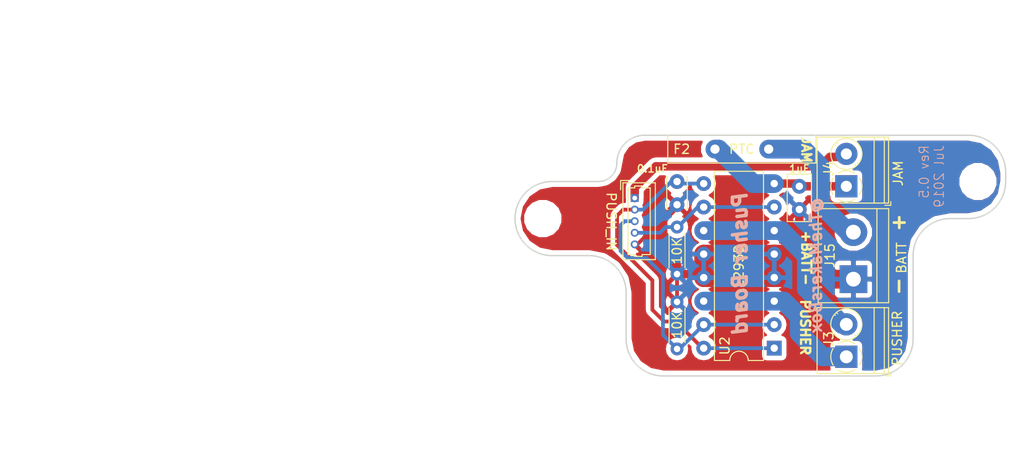
<source format=kicad_pcb>
(kicad_pcb (version 4) (host pcbnew 4.0.7)

  (general
    (links 28)
    (no_connects 0)
    (area 117.148001 35.89 227.998001 85.715)
    (thickness 1.6)
    (drawings 42)
    (tracks 90)
    (zones 0)
    (modules 12)
    (nets 10)
  )

  (page A4)
  (title_block
    (date "lun. 30 mars 2015")
  )

  (layers
    (0 F.Cu signal)
    (31 B.Cu signal)
    (32 B.Adhes user)
    (33 F.Adhes user)
    (34 B.Paste user)
    (35 F.Paste user)
    (36 B.SilkS user)
    (37 F.SilkS user)
    (38 B.Mask user)
    (39 F.Mask user)
    (40 Dwgs.User user)
    (41 Cmts.User user)
    (42 Eco1.User user)
    (43 Eco2.User user)
    (44 Edge.Cuts user)
    (45 Margin user)
    (46 B.CrtYd user)
    (47 F.CrtYd user)
    (48 B.Fab user)
    (49 F.Fab user hide)
  )

  (setup
    (last_trace_width 0.25)
    (user_trace_width 0.254)
    (user_trace_width 0.3048)
    (user_trace_width 0.4064)
    (user_trace_width 0.6096)
    (user_trace_width 0.9144)
    (user_trace_width 1.524)
    (user_trace_width 2.032)
    (trace_clearance 0.2)
    (zone_clearance 0.35)
    (zone_45_only no)
    (trace_min 0.2)
    (segment_width 0.3)
    (edge_width 0.15)
    (via_size 0.6)
    (via_drill 0.4)
    (via_min_size 0.4)
    (via_min_drill 0.3)
    (uvia_size 0.3)
    (uvia_drill 0.1)
    (uvias_allowed no)
    (uvia_min_size 0.2)
    (uvia_min_drill 0.1)
    (pcb_text_width 0.3)
    (pcb_text_size 1.5 1.5)
    (mod_edge_width 0.15)
    (mod_text_size 1 1)
    (mod_text_width 0.15)
    (pad_size 3 3)
    (pad_drill 1.6)
    (pad_to_mask_clearance 0)
    (aux_axis_origin 110.998 126.365)
    (grid_origin 110.998 126.365)
    (visible_elements 7FFFFFFF)
    (pcbplotparams
      (layerselection 0x010f0_80000001)
      (usegerberextensions true)
      (excludeedgelayer true)
      (linewidth 0.100000)
      (plotframeref false)
      (viasonmask false)
      (mode 1)
      (useauxorigin false)
      (hpglpennumber 1)
      (hpglpenspeed 20)
      (hpglpendiameter 15)
      (hpglpenoverlay 2)
      (psnegative false)
      (psa4output false)
      (plotreference true)
      (plotvalue true)
      (plotinvisibletext false)
      (padsonsilk false)
      (subtractmaskfromsilk false)
      (outputformat 1)
      (mirror false)
      (drillshape 0)
      (scaleselection 1)
      (outputdirectory gerbers/))
  )

  (net 0 "")
  (net 1 GND)
  (net 2 "Net-(J3-Pad1)")
  (net 3 "Net-(J3-Pad2)")
  (net 4 /Vin)
  (net 5 "Net-(C2-Pad1)")
  (net 6 "Net-(C3-Pad1)")
  (net 7 "Net-(J17-Pad3)")
  (net 8 "Net-(J17-Pad4)")
  (net 9 "Net-(F2-Pad2)")

  (net_class Default "This is the default net class."
    (clearance 0.2)
    (trace_width 0.25)
    (via_dia 0.6)
    (via_drill 0.4)
    (uvia_dia 0.3)
    (uvia_drill 0.1)
    (add_net /Vin)
    (add_net GND)
    (add_net "Net-(C2-Pad1)")
    (add_net "Net-(C3-Pad1)")
    (add_net "Net-(F2-Pad2)")
    (add_net "Net-(J17-Pad3)")
    (add_net "Net-(J17-Pad4)")
    (add_net "Net-(J3-Pad1)")
    (add_net "Net-(J3-Pad2)")
  )

  (module Wire_Pads:SolderWirePad_single_2-5mmDrill (layer F.Cu) (tedit 5CF835CB) (tstamp 5CF92E31)
    (at 222.998 55.365)
    (path /5CE78195)
    (fp_text reference J14 (at 0.052 -0.192) (layer F.SilkS) hide
      (effects (font (size 1 1) (thickness 0.15)))
    )
    (fp_text value NPTH (at 1.27 5.08) (layer F.Fab)
      (effects (font (size 1 1) (thickness 0.15)))
    )
    (pad "" np_thru_hole circle (at 0 0) (size 3 3) (drill 3) (layers *.Cu *.Mask))
  )

  (module Wire_Pads:SolderWirePad_single_2-5mmDrill (layer F.Cu) (tedit 5CF835CB) (tstamp 5CF92DEE)
    (at 175.998 59.365)
    (path /5CE78195)
    (fp_text reference J14 (at 0.052 -0.192) (layer F.SilkS) hide
      (effects (font (size 1 1) (thickness 0.15)))
    )
    (fp_text value NPTH (at 1.27 5.08) (layer F.Fab)
      (effects (font (size 1 1) (thickness 0.15)))
    )
    (pad "" np_thru_hole circle (at 0 0) (size 3 3) (drill 3) (layers *.Cu *.Mask))
  )

  (module footprints:R__P5.08mm (layer F.Cu) (tedit 5CE6B6CD) (tstamp 5CDF7E37)
    (at 190.498 70.865 270)
    (descr "Resistor, Axial_DIN0204 series, Axial, Horizontal, pin pitch=5.08mm, 0.16666666666666666W = 1/6W, length*diameter=3.6*1.6mm^2, http://cdn-reichelt.de/documents/datenblatt/B400/1_4W%23YAG.pdf")
    (tags "Resistor Axial_DIN0204 series Axial Horizontal pin pitch 5.08mm 0.16666666666666666W = 1/6W length 3.6mm diameter 1.6mm")
    (path /5CE03DA1)
    (fp_text reference R1 (at 0 0 270) (layer F.SilkS) hide
      (effects (font (size 1 1) (thickness 0.15)))
    )
    (fp_text value 10K (at 0 0 270) (layer F.SilkS)
      (effects (font (size 1 1) (thickness 0.15)))
    )
    (fp_line (start -1.76 -0.8) (end -1.76 0.8) (layer F.Fab) (width 0.1))
    (fp_line (start -1.76 0.8) (end 1.84 0.8) (layer F.Fab) (width 0.1))
    (fp_line (start 1.84 0.8) (end 1.84 -0.8) (layer F.Fab) (width 0.1))
    (fp_line (start 1.84 -0.8) (end -1.76 -0.8) (layer F.Fab) (width 0.1))
    (fp_line (start -2.5 0) (end -1.76 0) (layer F.Fab) (width 0.1))
    (fp_line (start 2.58 0) (end 1.84 0) (layer F.Fab) (width 0.1))
    (fp_line (start -1.82 -0.86) (end 1.9 -0.86) (layer F.SilkS) (width 0.12))
    (fp_line (start -1.82 0.86) (end 1.9 0.86) (layer F.SilkS) (width 0.12))
    (fp_line (start -3.45 -1.15) (end -3.45 1.15) (layer F.CrtYd) (width 0.05))
    (fp_line (start -3.45 1.15) (end 3.55 1.15) (layer F.CrtYd) (width 0.05))
    (fp_line (start 3.55 1.15) (end 3.55 -1.15) (layer F.CrtYd) (width 0.05))
    (fp_line (start 3.55 -1.15) (end -3.45 -1.15) (layer F.CrtYd) (width 0.05))
    (pad 1 thru_hole circle (at -2.5 0 270) (size 1.4 1.4) (drill 0.7) (layers *.Cu *.Mask)
      (net 1 GND))
    (pad 2 thru_hole oval (at 2.58 0 270) (size 1.4 1.4) (drill 0.7) (layers *.Cu *.Mask)
      (net 7 "Net-(J17-Pad3)"))
    (model ${KISYS3DMOD}/Resistors_THT.3dshapes/R_Axial_DIN0204_L3.6mm_D1.6mm_P5.08mm_Horizontal.wrl
      (at (xyz 0 0 0))
      (scale (xyz 0.393701 0.393701 0.393701))
      (rotate (xyz 0 0 0))
    )
  )

  (module footprints:R__P5.08mm (layer F.Cu) (tedit 5CE6B6CD) (tstamp 5CDF7E43)
    (at 190.498 62.865 90)
    (descr "Resistor, Axial_DIN0204 series, Axial, Horizontal, pin pitch=5.08mm, 0.16666666666666666W = 1/6W, length*diameter=3.6*1.6mm^2, http://cdn-reichelt.de/documents/datenblatt/B400/1_4W%23YAG.pdf")
    (tags "Resistor Axial_DIN0204 series Axial Horizontal pin pitch 5.08mm 0.16666666666666666W = 1/6W length 3.6mm diameter 1.6mm")
    (path /5CE03D1D)
    (fp_text reference R3 (at 0 0 90) (layer F.SilkS) hide
      (effects (font (size 1 1) (thickness 0.15)))
    )
    (fp_text value 10K (at 0 0 90) (layer F.SilkS)
      (effects (font (size 1 1) (thickness 0.15)))
    )
    (fp_line (start -1.76 -0.8) (end -1.76 0.8) (layer F.Fab) (width 0.1))
    (fp_line (start -1.76 0.8) (end 1.84 0.8) (layer F.Fab) (width 0.1))
    (fp_line (start 1.84 0.8) (end 1.84 -0.8) (layer F.Fab) (width 0.1))
    (fp_line (start 1.84 -0.8) (end -1.76 -0.8) (layer F.Fab) (width 0.1))
    (fp_line (start -2.5 0) (end -1.76 0) (layer F.Fab) (width 0.1))
    (fp_line (start 2.58 0) (end 1.84 0) (layer F.Fab) (width 0.1))
    (fp_line (start -1.82 -0.86) (end 1.9 -0.86) (layer F.SilkS) (width 0.12))
    (fp_line (start -1.82 0.86) (end 1.9 0.86) (layer F.SilkS) (width 0.12))
    (fp_line (start -3.45 -1.15) (end -3.45 1.15) (layer F.CrtYd) (width 0.05))
    (fp_line (start -3.45 1.15) (end 3.55 1.15) (layer F.CrtYd) (width 0.05))
    (fp_line (start 3.55 1.15) (end 3.55 -1.15) (layer F.CrtYd) (width 0.05))
    (fp_line (start 3.55 -1.15) (end -3.45 -1.15) (layer F.CrtYd) (width 0.05))
    (pad 1 thru_hole circle (at -2.5 0 90) (size 1.4 1.4) (drill 0.7) (layers *.Cu *.Mask)
      (net 1 GND))
    (pad 2 thru_hole oval (at 2.58 0 90) (size 1.4 1.4) (drill 0.7) (layers *.Cu *.Mask)
      (net 8 "Net-(J17-Pad4)"))
    (model ${KISYS3DMOD}/Resistors_THT.3dshapes/R_Axial_DIN0204_L3.6mm_D1.6mm_P5.08mm_Horizontal.wrl
      (at (xyz 0 0 0))
      (scale (xyz 0.393701 0.393701 0.393701))
      (rotate (xyz 0 0 0))
    )
  )

  (module footprints:C_Disc_D5.0mm_W2.5mm_P2.50mm (layer F.Cu) (tedit 5D1E7E4E) (tstamp 5CE76624)
    (at 203.708 55.88 270)
    (descr "C, Disc series, Radial, pin pitch=2.50mm, , diameter*width=5*2.5mm^2, Capacitor, http://cdn-reichelt.de/documents/datenblatt/B300/DS_KERKO_TC.pdf")
    (tags "C Disc series Radial pin pitch 2.50mm  diameter 5mm width 2.5mm Capacitor")
    (path /5CE0682B)
    (fp_text reference C2 (at 1.25 -2.56 270) (layer F.SilkS) hide
      (effects (font (size 1 1) (thickness 0.15)))
    )
    (fp_text value 1uF (at -1.905 0 360) (layer F.SilkS)
      (effects (font (size 0.8 0.8) (thickness 0.15)))
    )
    (fp_line (start -1.25 -1.25) (end -1.25 1.25) (layer F.Fab) (width 0.1))
    (fp_line (start -1.25 1.25) (end 3.75 1.25) (layer F.Fab) (width 0.1))
    (fp_line (start 3.75 1.25) (end 3.75 -1.25) (layer F.Fab) (width 0.1))
    (fp_line (start 3.75 -1.25) (end -1.25 -1.25) (layer F.Fab) (width 0.1))
    (fp_line (start -1.31 -1.31) (end 3.81 -1.31) (layer F.SilkS) (width 0.12))
    (fp_line (start -1.31 1.31) (end 3.81 1.31) (layer F.SilkS) (width 0.12))
    (fp_line (start -1.31 -1.31) (end -1.31 1.31) (layer F.SilkS) (width 0.12))
    (fp_line (start 3.81 -1.31) (end 3.81 1.31) (layer F.SilkS) (width 0.12))
    (fp_line (start -1.6 -1.6) (end -1.6 1.6) (layer F.CrtYd) (width 0.05))
    (fp_line (start -1.6 1.6) (end 4.1 1.6) (layer F.CrtYd) (width 0.05))
    (fp_line (start 4.1 1.6) (end 4.1 -1.6) (layer F.CrtYd) (width 0.05))
    (fp_line (start 4.1 -1.6) (end -1.6 -1.6) (layer F.CrtYd) (width 0.05))
    (fp_text user %R (at 1.25 0 270) (layer F.Fab)
      (effects (font (size 1 1) (thickness 0.15)))
    )
    (pad 1 thru_hole circle (at 0 0 270) (size 1.6 1.6) (drill 0.8) (layers *.Cu *.Mask)
      (net 5 "Net-(C2-Pad1)"))
    (pad 2 thru_hole circle (at 2.5 0 270) (size 1.6 1.6) (drill 0.8) (layers *.Cu *.Mask)
      (net 1 GND))
    (model ${KISYS3DMOD}/Capacitors_THT.3dshapes/C_Disc_D5.0mm_W2.5mm_P2.50mm.wrl
      (at (xyz 0 0 0))
      (scale (xyz 1 1 1))
      (rotate (xyz 0 0 0))
    )
  )

  (module footprints:C_Disc_D3.4mm_W2.1mm_P2.50mm (layer F.Cu) (tedit 5D1E7E84) (tstamp 5CE76636)
    (at 190.498 55.365 270)
    (descr "C, Disc series, Radial, pin pitch=2.50mm, , diameter*width=3.4*2.1mm^2, Capacitor, http://www.vishay.com/docs/45233/krseries.pdf")
    (tags "C Disc series Radial pin pitch 2.50mm  diameter 3.4mm width 2.1mm Capacitor")
    (path /5CE06912)
    (fp_text reference C3 (at 1.25 -2.36 270) (layer F.SilkS) hide
      (effects (font (size 1 1) (thickness 0.15)))
    )
    (fp_text value 0.1uF (at -1.39 2.665 360) (layer F.SilkS)
      (effects (font (size 0.8 0.8) (thickness 0.15)))
    )
    (fp_line (start -0.45 -1.05) (end -0.45 1.05) (layer F.Fab) (width 0.1))
    (fp_line (start -0.45 1.05) (end 2.95 1.05) (layer F.Fab) (width 0.1))
    (fp_line (start 2.95 1.05) (end 2.95 -1.05) (layer F.Fab) (width 0.1))
    (fp_line (start 2.95 -1.05) (end -0.45 -1.05) (layer F.Fab) (width 0.1))
    (fp_line (start -0.51 -1.11) (end 3.01 -1.11) (layer F.SilkS) (width 0.12))
    (fp_line (start -0.51 1.11) (end 3.01 1.11) (layer F.SilkS) (width 0.12))
    (fp_line (start -0.51 -1.11) (end -0.51 -0.996) (layer F.SilkS) (width 0.12))
    (fp_line (start -0.51 0.996) (end -0.51 1.11) (layer F.SilkS) (width 0.12))
    (fp_line (start 3.01 -1.11) (end 3.01 -0.996) (layer F.SilkS) (width 0.12))
    (fp_line (start 3.01 0.996) (end 3.01 1.11) (layer F.SilkS) (width 0.12))
    (fp_line (start -1.05 -1.4) (end -1.05 1.4) (layer F.CrtYd) (width 0.05))
    (fp_line (start -1.05 1.4) (end 3.55 1.4) (layer F.CrtYd) (width 0.05))
    (fp_line (start 3.55 1.4) (end 3.55 -1.4) (layer F.CrtYd) (width 0.05))
    (fp_line (start 3.55 -1.4) (end -1.05 -1.4) (layer F.CrtYd) (width 0.05))
    (fp_text user %R (at 1.25 0 270) (layer F.Fab)
      (effects (font (size 1 1) (thickness 0.15)))
    )
    (pad 1 thru_hole circle (at 0 0 270) (size 1.6 1.6) (drill 0.8) (layers *.Cu *.Mask)
      (net 6 "Net-(C3-Pad1)"))
    (pad 2 thru_hole circle (at 2.5 0 270) (size 1.6 1.6) (drill 0.8) (layers *.Cu *.Mask)
      (net 1 GND))
    (model ${KISYS3DMOD}/Capacitors_THT.3dshapes/C_Disc_D3.4mm_W2.1mm_P2.50mm.wrl
      (at (xyz 0 0 0))
      (scale (xyz 1 1 1))
      (rotate (xyz 0 0 0))
    )
  )

  (module footprints:DIP-16_W7.62mm (layer F.Cu) (tedit 5CE6C79F) (tstamp 5CE76772)
    (at 200.998 73.365 180)
    (descr "16-lead though-hole mounted DIP package, row spacing 7.62 mm (300 mils)")
    (tags "THT DIP DIL PDIP 2.54mm 7.62mm 300mil")
    (path /5CDFE83D)
    (fp_text reference U2 (at 5.334 0.254 270) (layer F.SilkS)
      (effects (font (size 1 1) (thickness 0.15)))
    )
    (fp_text value L293D (at 3.81 8.89 270) (layer F.SilkS)
      (effects (font (size 1 1) (thickness 0.15)))
    )
    (fp_arc (start 3.81 -1.33) (end 2.81 -1.33) (angle -180) (layer F.SilkS) (width 0.12))
    (fp_line (start 1.635 -1.27) (end 6.985 -1.27) (layer F.Fab) (width 0.1))
    (fp_line (start 6.985 -1.27) (end 6.985 19.05) (layer F.Fab) (width 0.1))
    (fp_line (start 6.985 19.05) (end 0.635 19.05) (layer F.Fab) (width 0.1))
    (fp_line (start 0.635 19.05) (end 0.635 -0.27) (layer F.Fab) (width 0.1))
    (fp_line (start 0.635 -0.27) (end 1.635 -1.27) (layer F.Fab) (width 0.1))
    (fp_line (start 2.81 -1.33) (end 1.16 -1.33) (layer F.SilkS) (width 0.12))
    (fp_line (start 1.16 -1.33) (end 1.16 19.11) (layer F.SilkS) (width 0.12))
    (fp_line (start 1.16 19.11) (end 6.46 19.11) (layer F.SilkS) (width 0.12))
    (fp_line (start 6.46 19.11) (end 6.46 -1.33) (layer F.SilkS) (width 0.12))
    (fp_line (start 6.46 -1.33) (end 4.81 -1.33) (layer F.SilkS) (width 0.12))
    (fp_line (start -1.1 -1.55) (end -1.1 19.3) (layer F.CrtYd) (width 0.05))
    (fp_line (start -1.1 19.3) (end 8.7 19.3) (layer F.CrtYd) (width 0.05))
    (fp_line (start 8.7 19.3) (end 8.7 -1.55) (layer F.CrtYd) (width 0.05))
    (fp_line (start 8.7 -1.55) (end -1.1 -1.55) (layer F.CrtYd) (width 0.05))
    (fp_text user %R (at 3.81 8.89 180) (layer F.Fab)
      (effects (font (size 1 1) (thickness 0.15)))
    )
    (pad 1 thru_hole rect (at 0 0 180) (size 1.6 1.6) (drill 0.8) (layers *.Cu *.Mask)
      (net 6 "Net-(C3-Pad1)"))
    (pad 9 thru_hole oval (at 7.62 17.78 180) (size 1.6 1.6) (drill 0.8) (layers *.Cu *.Mask)
      (net 6 "Net-(C3-Pad1)"))
    (pad 2 thru_hole oval (at 0 2.54 180) (size 1.6 1.6) (drill 0.8) (layers *.Cu *.Mask)
      (net 7 "Net-(J17-Pad3)"))
    (pad 10 thru_hole oval (at 7.62 15.24 180) (size 1.6 1.6) (drill 0.8) (layers *.Cu *.Mask)
      (net 8 "Net-(J17-Pad4)"))
    (pad 3 thru_hole oval (at 0 5.08 180) (size 1.6 1.6) (drill 0.8) (layers *.Cu *.Mask)
      (net 2 "Net-(J3-Pad1)"))
    (pad 11 thru_hole oval (at 7.62 12.7 180) (size 1.6 1.6) (drill 0.8) (layers *.Cu *.Mask)
      (net 3 "Net-(J3-Pad2)"))
    (pad 4 thru_hole oval (at 0 7.62 180) (size 1.6 1.6) (drill 0.8) (layers *.Cu *.Mask)
      (net 1 GND))
    (pad 12 thru_hole oval (at 7.62 10.16 180) (size 1.6 1.6) (drill 0.8) (layers *.Cu *.Mask)
      (net 1 GND))
    (pad 5 thru_hole oval (at 0 10.16 180) (size 1.6 1.6) (drill 0.8) (layers *.Cu *.Mask)
      (net 1 GND))
    (pad 13 thru_hole oval (at 7.62 7.62 180) (size 1.6 1.6) (drill 0.8) (layers *.Cu *.Mask)
      (net 1 GND))
    (pad 6 thru_hole oval (at 0 12.7 180) (size 1.6 1.6) (drill 0.8) (layers *.Cu *.Mask)
      (net 3 "Net-(J3-Pad2)"))
    (pad 14 thru_hole oval (at 7.62 5.08 180) (size 1.6 1.6) (drill 0.8) (layers *.Cu *.Mask)
      (net 2 "Net-(J3-Pad1)"))
    (pad 7 thru_hole oval (at 0 15.24 180) (size 1.6 1.6) (drill 0.8) (layers *.Cu *.Mask)
      (net 8 "Net-(J17-Pad4)"))
    (pad 15 thru_hole oval (at 7.62 2.54 180) (size 1.6 1.6) (drill 0.8) (layers *.Cu *.Mask)
      (net 7 "Net-(J17-Pad3)"))
    (pad 8 thru_hole oval (at 0 17.78 180) (size 1.6 1.6) (drill 0.8) (layers *.Cu *.Mask)
      (net 5 "Net-(C2-Pad1)"))
    (pad 16 thru_hole oval (at 7.62 0 180) (size 1.6 1.6) (drill 0.8) (layers *.Cu *.Mask)
      (net 6 "Net-(C3-Pad1)"))
    (model ${KISYS3DMOD}/Housings_DIP.3dshapes/DIP-16_W7.62mm.wrl
      (at (xyz 0 0 0))
      (scale (xyz 1 1 1))
      (rotate (xyz 0 0 0))
    )
  )

  (module footprints:TerminalBlock_Phoenix_PT-1,5-2-3.5-H_1x02_P3.50mm_Horizontal (layer F.Cu) (tedit 5D1E7E2E) (tstamp 5CE86ECA)
    (at 208.788 55.88 90)
    (descr "Terminal Block Phoenix PT-1,5-2-3.5-H, 2 pins, pitch 3.5mm, size 7x7.6mm^2, drill diamater 1.2mm, pad diameter 2.4mm, see , script-generated using https://github.com/pointhi/kicad-footprint-generator/scripts/TerminalBlock_Phoenix")
    (tags "THT Terminal Block Phoenix PT-1,5-2-3.5-H pitch 3.5mm size 7x7.6mm^2 drill 1.2mm pad 2.4mm")
    (path /5CE1CB8F)
    (fp_text reference J4 (at 1.905 -1.905 90) (layer F.SilkS)
      (effects (font (size 1 1) (thickness 0.15)))
    )
    (fp_text value JAM (at 1.397 5.588 90) (layer F.SilkS)
      (effects (font (size 1 1) (thickness 0.15)))
    )
    (fp_arc (start 0 0) (end 0 1.68) (angle -32) (layer F.SilkS) (width 0.12))
    (fp_arc (start 0 0) (end 1.425 0.891) (angle -64) (layer F.SilkS) (width 0.12))
    (fp_arc (start 0 0) (end 0.866 -1.44) (angle -63) (layer F.SilkS) (width 0.12))
    (fp_arc (start 0 0) (end -1.44 -0.866) (angle -63) (layer F.SilkS) (width 0.12))
    (fp_arc (start 0 0) (end -0.866 1.44) (angle -32) (layer F.SilkS) (width 0.12))
    (fp_circle (center 0 0) (end 1.5 0) (layer F.Fab) (width 0.1))
    (fp_circle (center 3.5 0) (end 5 0) (layer F.Fab) (width 0.1))
    (fp_circle (center 3.5 0) (end 5.18 0) (layer F.SilkS) (width 0.12))
    (fp_line (start -1.75 -3.1) (end 5.25 -3.1) (layer F.Fab) (width 0.1))
    (fp_line (start 5.25 -3.1) (end 5.25 4.5) (layer F.Fab) (width 0.1))
    (fp_line (start 5.25 4.5) (end -1.35 4.5) (layer F.Fab) (width 0.1))
    (fp_line (start -1.35 4.5) (end -1.75 4.1) (layer F.Fab) (width 0.1))
    (fp_line (start -1.75 4.1) (end -1.75 -3.1) (layer F.Fab) (width 0.1))
    (fp_line (start -1.75 4.1) (end 5.25 4.1) (layer F.Fab) (width 0.1))
    (fp_line (start -1.81 4.1) (end 5.31 4.1) (layer F.SilkS) (width 0.12))
    (fp_line (start -1.75 3) (end 5.25 3) (layer F.Fab) (width 0.1))
    (fp_line (start -1.81 3) (end 5.31 3) (layer F.SilkS) (width 0.12))
    (fp_line (start -1.81 -3.16) (end 5.31 -3.16) (layer F.SilkS) (width 0.12))
    (fp_line (start -1.81 4.56) (end 5.31 4.56) (layer F.SilkS) (width 0.12))
    (fp_line (start -1.81 -3.16) (end -1.81 4.56) (layer F.SilkS) (width 0.12))
    (fp_line (start 5.31 -3.16) (end 5.31 4.56) (layer F.SilkS) (width 0.12))
    (fp_line (start 1.138 -0.955) (end -0.955 1.138) (layer F.Fab) (width 0.1))
    (fp_line (start 0.955 -1.138) (end -1.138 0.955) (layer F.Fab) (width 0.1))
    (fp_line (start 4.638 -0.955) (end 2.546 1.138) (layer F.Fab) (width 0.1))
    (fp_line (start 4.455 -1.138) (end 2.363 0.955) (layer F.Fab) (width 0.1))
    (fp_line (start 4.775 -1.069) (end 4.646 -0.941) (layer F.SilkS) (width 0.12))
    (fp_line (start 2.525 1.181) (end 2.431 1.274) (layer F.SilkS) (width 0.12))
    (fp_line (start 4.57 -1.275) (end 4.476 -1.181) (layer F.SilkS) (width 0.12))
    (fp_line (start 2.355 0.941) (end 2.226 1.069) (layer F.SilkS) (width 0.12))
    (fp_line (start -2.05 4.16) (end -2.05 4.8) (layer F.SilkS) (width 0.12))
    (fp_line (start -2.05 4.8) (end -1.65 4.8) (layer F.SilkS) (width 0.12))
    (fp_line (start -2.25 -3.6) (end -2.25 5) (layer F.CrtYd) (width 0.05))
    (fp_line (start -2.25 5) (end 5.75 5) (layer F.CrtYd) (width 0.05))
    (fp_line (start 5.75 5) (end 5.75 -3.6) (layer F.CrtYd) (width 0.05))
    (fp_line (start 5.75 -3.6) (end -2.25 -3.6) (layer F.CrtYd) (width 0.05))
    (fp_text user %R (at 1.75 2.4 90) (layer F.Fab)
      (effects (font (size 1 1) (thickness 0.15)))
    )
    (pad 1 thru_hole rect (at 0 0 90) (size 2.4 2.4) (drill 1.2) (layers *.Cu *.Mask)
      (net 5 "Net-(C2-Pad1)"))
    (pad 2 thru_hole circle (at 3.5 0 90) (size 2.4 2.4) (drill 1.2) (layers *.Cu *.Mask)
      (net 4 /Vin))
    (model ${KISYS3DMOD}/TerminalBlock_Phoenix.3dshapes/TerminalBlock_Phoenix_PT-1,5-2-3.5-H_1x02_P3.50mm_Horizontal.wrl
      (at (xyz 0 0 0))
      (scale (xyz 1 1 1))
      (rotate (xyz 0 0 0))
    )
  )

  (module footprints:Molex_PicoBlade_53047-0510_05x1.25mm_Straight (layer F.Cu) (tedit 5CFFD779) (tstamp 5D001E45)
    (at 185.928 57.15 270)
    (descr "Molex PicoBlade, single row, top entry type, through hole, PN:53047-0510")
    (tags "connector molex picoblade")
    (path /5CF86875)
    (fp_text reference J17 (at 2.5 -1.3 270) (layer F.SilkS) hide
      (effects (font (size 1 1) (thickness 0.15)))
    )
    (fp_text value PSH_IN (at 2.5 2 270) (layer F.SilkS) hide
      (effects (font (size 1 1) (thickness 0.15)))
    )
    (fp_line (start -2 -2.55) (end -2 1.6) (layer F.CrtYd) (width 0.05))
    (fp_line (start -2 1.6) (end 7 1.6) (layer F.CrtYd) (width 0.05))
    (fp_line (start 7 1.6) (end 7 -2.55) (layer F.CrtYd) (width 0.05))
    (fp_line (start 7 -2.55) (end -2 -2.55) (layer F.CrtYd) (width 0.05))
    (fp_line (start -1.5 -2.075) (end -1.5 1.125) (layer F.Fab) (width 0.1))
    (fp_line (start -1.5 1.125) (end 6.5 1.125) (layer F.Fab) (width 0.1))
    (fp_line (start 6.5 1.125) (end 6.5 -2.075) (layer F.Fab) (width 0.1))
    (fp_line (start 6.5 -2.075) (end -1.5 -2.075) (layer F.Fab) (width 0.1))
    (fp_line (start -1.65 -2.225) (end -1.65 1.275) (layer F.SilkS) (width 0.12))
    (fp_line (start -1.65 1.275) (end 6.65 1.275) (layer F.SilkS) (width 0.12))
    (fp_line (start 6.65 1.275) (end 6.65 -2.225) (layer F.SilkS) (width 0.12))
    (fp_line (start 6.65 -2.225) (end -1.65 -2.225) (layer F.SilkS) (width 0.12))
    (fp_line (start 2.5 0.725) (end -1.1 0.725) (layer F.SilkS) (width 0.12))
    (fp_line (start -1.1 0.725) (end -1.1 0) (layer F.SilkS) (width 0.12))
    (fp_line (start -1.1 0) (end -1.3 0) (layer F.SilkS) (width 0.12))
    (fp_line (start -1.3 0) (end -1.3 -0.8) (layer F.SilkS) (width 0.12))
    (fp_line (start -1.3 -0.8) (end -1.1 -0.8) (layer F.SilkS) (width 0.12))
    (fp_line (start -1.1 -0.8) (end -1.1 -1.675) (layer F.SilkS) (width 0.12))
    (fp_line (start -1.1 -1.675) (end 2.5 -1.675) (layer F.SilkS) (width 0.12))
    (fp_line (start 2.5 0.725) (end 6.1 0.725) (layer F.SilkS) (width 0.12))
    (fp_line (start 6.1 0.725) (end 6.1 0) (layer F.SilkS) (width 0.12))
    (fp_line (start 6.1 0) (end 6.3 0) (layer F.SilkS) (width 0.12))
    (fp_line (start 6.3 0) (end 6.3 -0.8) (layer F.SilkS) (width 0.12))
    (fp_line (start 6.3 -0.8) (end 6.1 -0.8) (layer F.SilkS) (width 0.12))
    (fp_line (start 6.1 -0.8) (end 6.1 -1.675) (layer F.SilkS) (width 0.12))
    (fp_line (start 6.1 -1.675) (end 2.5 -1.675) (layer F.SilkS) (width 0.12))
    (fp_line (start -1.9 1.525) (end -1.9 0.525) (layer F.SilkS) (width 0.12))
    (fp_line (start -1.9 1.525) (end -0.9 1.525) (layer F.SilkS) (width 0.12))
    (fp_text user %R (at 2.5 -1.25 270) (layer F.Fab)
      (effects (font (size 1 1) (thickness 0.15)))
    )
    (pad 1 thru_hole rect (at 0 0 270) (size 0.85 0.85) (drill 0.5) (layers *.Cu *.Mask)
      (net 4 /Vin))
    (pad 2 thru_hole circle (at 1.25 0 270) (size 0.85 0.85) (drill 0.5) (layers *.Cu *.Mask)
      (net 6 "Net-(C3-Pad1)"))
    (pad 3 thru_hole circle (at 2.5 0 270) (size 0.85 0.85) (drill 0.5) (layers *.Cu *.Mask)
      (net 7 "Net-(J17-Pad3)"))
    (pad 4 thru_hole circle (at 3.75 0 270) (size 0.85 0.85) (drill 0.5) (layers *.Cu *.Mask)
      (net 8 "Net-(J17-Pad4)"))
    (pad 5 thru_hole circle (at 5 0 270) (size 0.85 0.85) (drill 0.5) (layers *.Cu *.Mask)
      (net 1 GND))
    (model ${KISYS3DMOD}/Connectors_Molex.3dshapes/Molex_PicoBlade_53047-0510_05x1.25mm_Straight.wrl
      (at (xyz 0 0 0))
      (scale (xyz 1 1 1))
      (rotate (xyz 0 0 0))
    )
  )

  (module footprints:Fuse_Littelfuse-LVR125 (layer F.Cu) (tedit 5CFFE506) (tstamp 5D002949)
    (at 197.498 51.865)
    (descr "Littelfuse, resettable fuse, PTC, polyswitch LVR125, Ih 1.25A, http://www.littelfuse.com/~/media/electronics/datasheets/resettable_ptcs/littelfuse_ptc_lvr_catalog_datasheet.pdf.pdf")
    (tags "LVR125 PTC resettable polyswitch ")
    (path /5D0176FC)
    (fp_text reference F2 (at -6.5 0) (layer F.SilkS)
      (effects (font (size 1 1) (thickness 0.15)))
    )
    (fp_text value PTC (at 0 0) (layer F.SilkS)
      (effects (font (size 1 1) (thickness 0.15)))
    )
    (fp_line (start -8 1.5) (end -8 -1.5) (layer F.SilkS) (width 0.12))
    (fp_line (start 8 1.5) (end -8 1.5) (layer F.SilkS) (width 0.12))
    (fp_line (start 8 -1.5) (end 8 1.5) (layer F.SilkS) (width 0.12))
    (fp_line (start -8 -1.5) (end 8 -1.5) (layer F.SilkS) (width 0.12))
    (fp_text user %R (at -6.5 0) (layer F.Fab)
      (effects (font (size 1 1) (thickness 0.15)))
    )
    (pad 1 thru_hole circle (at -2.9 0) (size 2 2) (drill 1) (layers *.Cu *.Mask)
      (net 5 "Net-(C2-Pad1)"))
    (pad 2 thru_hole circle (at 2.9 0) (size 2 2) (drill 1) (layers *.Cu *.Mask)
      (net 9 "Net-(F2-Pad2)"))
    (model ${KISYS3DMOD}/Fuse_Holders_and_Fuses.3dshapes/Fuse_Littelfuse-LVR125.wrl
      (at (xyz 0 0 0))
      (scale (xyz 1 1 1))
      (rotate (xyz 0 0 0))
    )
  )

  (module footprints:TerminalBlock_Phoenix_PT-1,5-2-3.5-H_1x02_P3.50mm_Horizontal (layer F.Cu) (tedit 5D04793B) (tstamp 5D001DAD)
    (at 208.788 74.295 90)
    (descr "Terminal Block Phoenix PT-1,5-2-3.5-H, 2 pins, pitch 3.5mm, size 7x7.6mm^2, drill diamater 1.2mm, pad diameter 2.4mm, see , script-generated using https://github.com/pointhi/kicad-footprint-generator/scripts/TerminalBlock_Phoenix")
    (tags "THT Terminal Block Phoenix PT-1,5-2-3.5-H pitch 3.5mm size 7x7.6mm^2 drill 1.2mm pad 2.4mm")
    (path /5CE004B8)
    (fp_text reference J3 (at 1.905 -1.905 90) (layer F.SilkS)
      (effects (font (size 1 1) (thickness 0.15)))
    )
    (fp_text value PUSHER (at 2 5.5 270) (layer F.SilkS)
      (effects (font (size 1 1) (thickness 0.15)))
    )
    (fp_arc (start 0 0) (end 0 1.68) (angle -32) (layer F.SilkS) (width 0.12))
    (fp_arc (start 0 0) (end 1.425 0.891) (angle -64) (layer F.SilkS) (width 0.12))
    (fp_arc (start 0 0) (end 0.866 -1.44) (angle -63) (layer F.SilkS) (width 0.12))
    (fp_arc (start 0 0) (end -1.44 -0.866) (angle -63) (layer F.SilkS) (width 0.12))
    (fp_arc (start 0 0) (end -0.866 1.44) (angle -32) (layer F.SilkS) (width 0.12))
    (fp_circle (center 0 0) (end 1.5 0) (layer F.Fab) (width 0.1))
    (fp_circle (center 3.5 0) (end 5 0) (layer F.Fab) (width 0.1))
    (fp_circle (center 3.5 0) (end 5.18 0) (layer F.SilkS) (width 0.12))
    (fp_line (start -1.75 -3.1) (end 5.25 -3.1) (layer F.Fab) (width 0.1))
    (fp_line (start 5.25 -3.1) (end 5.25 4.5) (layer F.Fab) (width 0.1))
    (fp_line (start 5.25 4.5) (end -1.35 4.5) (layer F.Fab) (width 0.1))
    (fp_line (start -1.35 4.5) (end -1.75 4.1) (layer F.Fab) (width 0.1))
    (fp_line (start -1.75 4.1) (end -1.75 -3.1) (layer F.Fab) (width 0.1))
    (fp_line (start -1.75 4.1) (end 5.25 4.1) (layer F.Fab) (width 0.1))
    (fp_line (start -1.81 4.1) (end 5.31 4.1) (layer F.SilkS) (width 0.12))
    (fp_line (start -1.75 3) (end 5.25 3) (layer F.Fab) (width 0.1))
    (fp_line (start -1.81 3) (end 5.31 3) (layer F.SilkS) (width 0.12))
    (fp_line (start -1.81 -3.16) (end 5.31 -3.16) (layer F.SilkS) (width 0.12))
    (fp_line (start -1.81 4.56) (end 5.31 4.56) (layer F.SilkS) (width 0.12))
    (fp_line (start -1.81 -3.16) (end -1.81 4.56) (layer F.SilkS) (width 0.12))
    (fp_line (start 5.31 -3.16) (end 5.31 4.56) (layer F.SilkS) (width 0.12))
    (fp_line (start 1.138 -0.955) (end -0.955 1.138) (layer F.Fab) (width 0.1))
    (fp_line (start 0.955 -1.138) (end -1.138 0.955) (layer F.Fab) (width 0.1))
    (fp_line (start 4.638 -0.955) (end 2.546 1.138) (layer F.Fab) (width 0.1))
    (fp_line (start 4.455 -1.138) (end 2.363 0.955) (layer F.Fab) (width 0.1))
    (fp_line (start 4.775 -1.069) (end 4.646 -0.941) (layer F.SilkS) (width 0.12))
    (fp_line (start 2.525 1.181) (end 2.431 1.274) (layer F.SilkS) (width 0.12))
    (fp_line (start 4.57 -1.275) (end 4.476 -1.181) (layer F.SilkS) (width 0.12))
    (fp_line (start 2.355 0.941) (end 2.226 1.069) (layer F.SilkS) (width 0.12))
    (fp_line (start -2.05 4.16) (end -2.05 4.8) (layer F.SilkS) (width 0.12))
    (fp_line (start -2.05 4.8) (end -1.65 4.8) (layer F.SilkS) (width 0.12))
    (fp_line (start -2.25 -3.6) (end -2.25 5) (layer F.CrtYd) (width 0.05))
    (fp_line (start -2.25 5) (end 5.75 5) (layer F.CrtYd) (width 0.05))
    (fp_line (start 5.75 5) (end 5.75 -3.6) (layer F.CrtYd) (width 0.05))
    (fp_line (start 5.75 -3.6) (end -2.25 -3.6) (layer F.CrtYd) (width 0.05))
    (fp_text user %R (at 1.75 2.4 90) (layer F.Fab)
      (effects (font (size 1 1) (thickness 0.15)))
    )
    (pad 1 thru_hole rect (at 0 0 90) (size 2.4 2.4) (drill 1.4) (layers *.Cu *.Mask)
      (net 2 "Net-(J3-Pad1)"))
    (pad 2 thru_hole circle (at 3.5 0 90) (size 2.4 2.4) (drill 1.4) (layers *.Cu *.Mask)
      (net 3 "Net-(J3-Pad2)"))
    (model ${KISYS3DMOD}/TerminalBlock_Phoenix.3dshapes/TerminalBlock_Phoenix_PT-1,5-2-3.5-H_1x02_P3.50mm_Horizontal.wrl
      (at (xyz 0 0 0))
      (scale (xyz 1 1 1))
      (rotate (xyz 0 0 0))
    )
  )

  (module footprints:TerminalBlock_bornier-2_P5.08mm (layer F.Cu) (tedit 5D1E7F9A) (tstamp 5D001E2D)
    (at 209.55 65.913 90)
    (descr "simple 2-pin terminal block, pitch 5.08mm, revamped version of bornier2")
    (tags "terminal block bornier2")
    (path /5CF9B967)
    (fp_text reference J15 (at 2.54 -2.54 90) (layer F.SilkS)
      (effects (font (size 1 1) (thickness 0.15)))
    )
    (fp_text value BATT (at 2.3 5.2 90) (layer F.SilkS)
      (effects (font (size 1 1) (thickness 0.15)))
    )
    (fp_text user %R (at 2.54 0 90) (layer F.Fab)
      (effects (font (size 1 1) (thickness 0.15)))
    )
    (fp_line (start -2.41 2.55) (end 7.49 2.55) (layer F.Fab) (width 0.1))
    (fp_line (start -2.46 -3.75) (end -2.46 3.75) (layer F.Fab) (width 0.1))
    (fp_line (start -2.46 3.75) (end 7.54 3.75) (layer F.Fab) (width 0.1))
    (fp_line (start 7.54 3.75) (end 7.54 -3.75) (layer F.Fab) (width 0.1))
    (fp_line (start 7.54 -3.75) (end -2.46 -3.75) (layer F.Fab) (width 0.1))
    (fp_line (start 7.62 2.54) (end -2.54 2.54) (layer F.SilkS) (width 0.12))
    (fp_line (start 7.62 3.81) (end 7.62 -3.81) (layer F.SilkS) (width 0.12))
    (fp_line (start 7.62 -3.81) (end -2.54 -3.81) (layer F.SilkS) (width 0.12))
    (fp_line (start -2.54 -3.81) (end -2.54 3.81) (layer F.SilkS) (width 0.12))
    (fp_line (start -2.54 3.81) (end 7.62 3.81) (layer F.SilkS) (width 0.12))
    (fp_line (start -2.71 -4) (end 7.79 -4) (layer F.CrtYd) (width 0.05))
    (fp_line (start -2.71 -4) (end -2.71 4) (layer F.CrtYd) (width 0.05))
    (fp_line (start 7.79 4) (end 7.79 -4) (layer F.CrtYd) (width 0.05))
    (fp_line (start 7.79 4) (end -2.71 4) (layer F.CrtYd) (width 0.05))
    (pad 1 thru_hole rect (at 0 0 90) (size 3 3) (drill 1.6) (layers *.Cu *.Mask)
      (net 1 GND))
    (pad 2 thru_hole circle (at 5.08 0 90) (size 3 3) (drill 1.6) (layers *.Cu *.Mask)
      (net 9 "Net-(F2-Pad2)"))
    (model ${KISYS3DMOD}/Terminal_Blocks.3dshapes/TerminalBlock_bornier-2_P5.08mm.wrl
      (at (xyz 0.1 0 0))
      (scale (xyz 1 1 1))
      (rotate (xyz 0 0 0))
    )
  )

  (dimension 27 (width 0.3) (layer Dwgs.User)
    (gr_text "27.000 mm" (at 123.648 62.865 270) (layer Dwgs.User)
      (effects (font (size 1.5 1.5) (thickness 0.3)))
    )
    (feature1 (pts (xy 126.998 76.365) (xy 122.298 76.365)))
    (feature2 (pts (xy 126.998 49.365) (xy 122.298 49.365)))
    (crossbar (pts (xy 124.998 49.365) (xy 124.998 76.365)))
    (arrow1a (pts (xy 124.998 76.365) (xy 124.411579 75.238496)))
    (arrow1b (pts (xy 124.998 76.365) (xy 125.584421 75.238496)))
    (arrow2a (pts (xy 124.998 49.365) (xy 124.411579 50.491504)))
    (arrow2b (pts (xy 124.998 49.365) (xy 125.584421 50.491504)))
  )
  (dimension 26 (width 0.3) (layer Dwgs.User)
    (gr_text "26.000 mm" (at 169.648 63.365 270) (layer Dwgs.User)
      (effects (font (size 1.5 1.5) (thickness 0.3)))
    )
    (feature1 (pts (xy 172.998 76.365) (xy 168.298 76.365)))
    (feature2 (pts (xy 172.998 50.365) (xy 168.298 50.365)))
    (crossbar (pts (xy 170.998 50.365) (xy 170.998 76.365)))
    (arrow1a (pts (xy 170.998 76.365) (xy 170.411579 75.238496)))
    (arrow1b (pts (xy 170.998 76.365) (xy 171.584421 75.238496)))
    (arrow2a (pts (xy 170.998 50.365) (xy 170.411579 51.491504)))
    (arrow2b (pts (xy 170.998 50.365) (xy 171.584421 51.491504)))
  )
  (dimension 53 (width 0.3) (layer Dwgs.User)
    (gr_text "53.000 mm" (at 199.498 46.015) (layer Dwgs.User)
      (effects (font (size 1.5 1.5) (thickness 0.3)))
    )
    (feature1 (pts (xy 172.998 50.365) (xy 172.998 44.665)))
    (feature2 (pts (xy 225.998 50.365) (xy 225.998 44.665)))
    (crossbar (pts (xy 225.998 47.365) (xy 172.998 47.365)))
    (arrow1a (pts (xy 172.998 47.365) (xy 174.124504 46.778579)))
    (arrow1b (pts (xy 172.998 47.365) (xy 174.124504 47.951421)))
    (arrow2a (pts (xy 225.998 47.365) (xy 224.871496 46.778579)))
    (arrow2b (pts (xy 225.998 47.365) (xy 224.871496 47.951421)))
  )
  (gr_line (start 184.998 67.365) (end 184.998 72.365) (angle 90) (layer Edge.Cuts) (width 0.15))
  (gr_line (start 176.998 63.365) (end 180.998 63.365) (angle 90) (layer Edge.Cuts) (width 0.15))
  (gr_line (start 211.998 76.365) (end 188.998 76.365) (angle 90) (layer Edge.Cuts) (width 0.15))
  (gr_line (start 215.998 72.365) (end 215.998 63.365) (angle 90) (layer Edge.Cuts) (width 0.15))
  (gr_line (start 221.998 59.365) (end 219.998 59.365) (angle 90) (layer Edge.Cuts) (width 0.15))
  (gr_line (start 225.998 54.365) (end 225.998 55.365) (angle 90) (layer Edge.Cuts) (width 0.15))
  (gr_line (start 186.998 50.365) (end 221.998 50.365) (angle 90) (layer Edge.Cuts) (width 0.15))
  (gr_line (start 176.998 55.365) (end 181.998 55.365) (angle 90) (layer Edge.Cuts) (width 0.15))
  (gr_arc (start 186.998 53.365) (end 183.998 53.365) (angle 90) (layer Edge.Cuts) (width 0.15))
  (gr_arc (start 181.998 53.365) (end 183.998 53.365) (angle 90) (layer Edge.Cuts) (width 0.15))
  (gr_text - (at 214.376 66.675 90) (layer F.SilkS)
    (effects (font (size 1.5 1.5) (thickness 0.3)))
  )
  (gr_text + (at 214.503 59.69) (layer F.SilkS)
    (effects (font (size 1.5 1.5) (thickness 0.3)))
  )
  (gr_text "Todo:\nFit check pusher board" (at 172.498 38.365) (layer Dwgs.User)
    (effects (font (size 1.5 1.5) (thickness 0.3)) (justify left))
  )
  (gr_arc (start 180.998 67.365) (end 180.998 63.365) (angle 90) (layer Edge.Cuts) (width 0.15))
  (gr_arc (start 221.998 55.365) (end 225.998 55.365) (angle 90) (layer Edge.Cuts) (width 0.15))
  (gr_arc (start 221.998 54.365) (end 221.998 50.365) (angle 90) (layer Edge.Cuts) (width 0.15))
  (gr_arc (start 219.998 63.365) (end 215.998 63.365) (angle 90) (layer Edge.Cuts) (width 0.15))
  (gr_arc (start 211.998 72.365) (end 215.998 72.365) (angle 90) (layer Edge.Cuts) (width 0.15))
  (gr_arc (start 188.998 72.365) (end 188.998 76.365) (angle 90) (layer Edge.Cuts) (width 0.15))
  (gr_arc (start 176.998 59.365) (end 176.998 63.365) (angle 90) (layer Edge.Cuts) (width 0.15))
  (gr_arc (start 176.998 59.365) (end 172.998 59.365) (angle 90) (layer Edge.Cuts) (width 0.15))
  (gr_line (start 222.998 54.365) (end 222.998 56.365) (angle 90) (layer Dwgs.User) (width 0.15))
  (gr_line (start 221.998 55.365) (end 223.998 55.365) (angle 90) (layer Dwgs.User) (width 0.15))
  (gr_line (start 221.998 54.365) (end 223.998 54.365) (angle 90) (layer Dwgs.User) (width 0.15))
  (gr_line (start 213.998 73.365) (end 215.998 73.365) (angle 90) (layer Dwgs.User) (width 0.15))
  (gr_line (start 214.998 72.365) (end 214.998 74.365) (angle 90) (layer Dwgs.User) (width 0.15))
  (gr_line (start 187.998 73.365) (end 189.998 73.365) (angle 90) (layer Dwgs.User) (width 0.15))
  (gr_line (start 188.998 72.365) (end 188.998 74.365) (angle 90) (layer Dwgs.User) (width 0.15))
  (gr_line (start 174.998 59.365) (end 176.998 59.365) (angle 90) (layer Dwgs.User) (width 0.15))
  (gr_line (start 175.998 58.365) (end 175.998 60.365) (angle 90) (layer Dwgs.User) (width 0.15))
  (gr_text PUSH_IN (at 183.388 59.69 270) (layer F.SilkS)
    (effects (font (size 1 1) (thickness 0.15)))
  )
  (gr_text PUSHER (at 204.343 71.12 270) (layer F.SilkS)
    (effects (font (size 1 1) (thickness 0.25)))
  )
  (gr_text JAM (at 204.47 51.943 270) (layer F.SilkS)
    (effects (font (size 1 1) (thickness 0.25)))
  )
  (gr_text @TheMakersBox (at 205.498 64.365 90) (layer B.SilkS)
    (effects (font (size 1.25 1.25) (thickness 0.25) italic) (justify mirror))
  )
  (gr_text "Rev 0.5\nJul 2019" (at 217.998 51.365 90) (layer B.SilkS)
    (effects (font (size 1 1) (thickness 0.1)) (justify left mirror))
  )
  (gr_text "Pusher Board" (at 197.298 64.165 90) (layer B.SilkS)
    (effects (font (size 1.5 1.5) (thickness 0.375) italic) (justify mirror))
  )
  (gr_text "PUSHER BOARD" (at 199.998 81.365) (layer Dwgs.User)
    (effects (font (size 1.5 1.5) (thickness 0.3)))
  )
  (gr_text "MAIN BOARD" (at 169.498 84.365) (layer Dwgs.User)
    (effects (font (size 1.5 1.5) (thickness 0.3)))
  )
  (gr_text +BATT- (at 204.47 63.627 270) (layer F.SilkS)
    (effects (font (size 1 1) (thickness 0.25)))
  )

  (segment (start 204.472 64.391) (end 205.742 64.391) (width 2.032) (layer F.Cu) (net 1))
  (segment (start 207.264 65.913) (end 209.55 65.913) (width 2.032) (layer F.Cu) (net 1) (tstamp 5D1E86CB))
  (segment (start 205.742 64.391) (end 207.264 65.913) (width 2.032) (layer F.Cu) (net 1) (tstamp 5D1E86CA))
  (segment (start 203.708 58.38) (end 203.708 60.96) (width 0.9144) (layer F.Cu) (net 1))
  (segment (start 203.708 60.96) (end 200.998 63.67) (width 0.9144) (layer F.Cu) (net 1) (tstamp 5D1E7DD5))
  (segment (start 200.998 63.67) (end 200.998 63.205) (width 0.9144) (layer F.Cu) (net 1) (tstamp 5D1E7DD8))
  (segment (start 185.928 62.15) (end 186.213 62.15) (width 0.4064) (layer F.Cu) (net 1) (status 10))
  (segment (start 186.213 62.15) (end 188.998 59.365) (width 0.4064) (layer F.Cu) (net 1) (tstamp 5D14088C))
  (segment (start 190.498 65.365) (end 192.998 65.365) (width 0.9144) (layer F.Cu) (net 1))
  (segment (start 192.998 65.365) (end 193.378 65.745) (width 0.9144) (layer F.Cu) (net 1) (tstamp 5D00480E))
  (segment (start 190.498 57.865) (end 188.998 59.365) (width 0.9144) (layer F.Cu) (net 1))
  (segment (start 190.498 64.365) (end 190.498 65.365) (width 0.9144) (layer F.Cu) (net 1) (tstamp 5D00480A))
  (segment (start 188.998 62.865) (end 190.498 64.365) (width 0.9144) (layer F.Cu) (net 1) (tstamp 5D004809))
  (segment (start 188.998 59.365) (end 188.998 62.865) (width 0.9144) (layer F.Cu) (net 1) (tstamp 5D004808))
  (segment (start 190.498 64.865) (end 190.498 65.365) (width 0.4064) (layer F.Cu) (net 1) (tstamp 5D0047E8))
  (segment (start 192.998 65.365) (end 193.378 65.745) (width 0.4064) (layer F.Cu) (net 1) (tstamp 5D0047E2))
  (segment (start 190.498 68.365) (end 190.498 65.365) (width 0.4064) (layer F.Cu) (net 1))
  (segment (start 200.998 65.745) (end 200.998 63.205) (width 2.032) (layer F.Cu) (net 1))
  (segment (start 193.378 65.745) (end 193.378 63.205) (width 2.032) (layer F.Cu) (net 1))
  (segment (start 200.998 65.745) (end 203.118 65.745) (width 2.032) (layer F.Cu) (net 1))
  (segment (start 203.118 65.745) (end 204.472 64.391) (width 2.032) (layer F.Cu) (net 1) (tstamp 5D0047B9))
  (segment (start 204.472 64.391) (end 204.498 64.365) (width 2.032) (layer F.Cu) (net 1) (tstamp 5D1E86C8))
  (segment (start 200.998 63.205) (end 203.338 63.205) (width 2.032) (layer F.Cu) (net 1))
  (segment (start 203.338 63.205) (end 204.498 64.365) (width 2.032) (layer F.Cu) (net 1) (tstamp 5D0047B5))
  (segment (start 193.378 65.745) (end 200.998 65.745) (width 2.032) (layer F.Cu) (net 1))
  (segment (start 200.998 63.205) (end 193.378 63.205) (width 2.032) (layer F.Cu) (net 1))
  (segment (start 200.998 68.285) (end 202.016 68.285) (width 2.032) (layer B.Cu) (net 2))
  (segment (start 206.248 74.295) (end 208.788 74.295) (width 2.032) (layer B.Cu) (net 2) (tstamp 5D1E86BA))
  (segment (start 203.708 71.755) (end 206.248 74.295) (width 2.032) (layer B.Cu) (net 2) (tstamp 5D1E86B9))
  (segment (start 203.708 69.977) (end 203.708 71.755) (width 2.032) (layer B.Cu) (net 2) (tstamp 5D1E86B8))
  (segment (start 202.016 68.285) (end 203.708 69.977) (width 2.032) (layer B.Cu) (net 2) (tstamp 5D1E86B7))
  (segment (start 193.378 68.285) (end 200.998 68.285) (width 2.032) (layer B.Cu) (net 2))
  (segment (start 208.788 70.795) (end 208.336 70.795) (width 2.032) (layer B.Cu) (net 3))
  (segment (start 208.336 70.795) (end 207.066 69.525) (width 2.032) (layer B.Cu) (net 3) (tstamp 5D1E86C3))
  (segment (start 204.47 63.373) (end 204.47 66.929) (width 2.032) (layer B.Cu) (net 3) (tstamp 5D140814))
  (segment (start 204.47 66.929) (end 207.066 69.525) (width 2.032) (layer B.Cu) (net 3) (tstamp 5D140815))
  (segment (start 201.762 60.665) (end 204.47 63.373) (width 2.032) (layer B.Cu) (net 3) (tstamp 5D140813))
  (segment (start 200.998 60.665) (end 201.762 60.665) (width 2.032) (layer B.Cu) (net 3))
  (segment (start 193.378 60.665) (end 200.998 60.665) (width 2.032) (layer B.Cu) (net 3))
  (segment (start 208.463 52.705) (end 207.01 52.705) (width 0.9144) (layer F.Cu) (net 4))
  (segment (start 205.994 53.721) (end 207.01 52.705) (width 0.9144) (layer F.Cu) (net 4) (tstamp 5D140852))
  (segment (start 185.928 56.007) (end 185.928 57.15) (width 0.9144) (layer F.Cu) (net 4) (tstamp 5D14091F))
  (segment (start 188.214 53.721) (end 185.928 56.007) (width 0.9144) (layer F.Cu) (net 4) (tstamp 5D14091E))
  (segment (start 205.994 53.721) (end 188.214 53.721) (width 0.9144) (layer F.Cu) (net 4))
  (segment (start 208.463 52.705) (end 208.788 52.38) (width 0.9144) (layer F.Cu) (net 4) (tstamp 5D1E7DC0))
  (segment (start 200.998 55.585) (end 203.413 55.585) (width 0.9144) (layer F.Cu) (net 5))
  (segment (start 203.413 55.585) (end 203.708 55.88) (width 0.9144) (layer F.Cu) (net 5) (tstamp 5D1E7DCA))
  (segment (start 203.708 55.88) (end 208.788 55.88) (width 0.9144) (layer F.Cu) (net 5) (tstamp 5D1E7DCC))
  (segment (start 194.598 51.865) (end 194.998 51.865) (width 2.032) (layer B.Cu) (net 5))
  (segment (start 194.998 51.865) (end 198.718 55.585) (width 2.032) (layer B.Cu) (net 5) (tstamp 5D0047D3))
  (segment (start 198.718 55.585) (end 200.998 55.585) (width 2.032) (layer B.Cu) (net 5) (tstamp 5D0047D4))
  (segment (start 193.378 73.365) (end 193.253 73.365) (width 0.4064) (layer F.Cu) (net 6))
  (segment (start 193.253 73.365) (end 190.373 70.485) (width 0.4064) (layer F.Cu) (net 6) (tstamp 5D14387E))
  (segment (start 184.678 58.4) (end 185.928 58.4) (width 0.4064) (layer F.Cu) (net 6) (tstamp 5D14388E))
  (segment (start 184.023 59.055) (end 184.678 58.4) (width 0.4064) (layer F.Cu) (net 6) (tstamp 5D14388D))
  (segment (start 184.023 62.23) (end 184.023 59.055) (width 0.4064) (layer F.Cu) (net 6) (tstamp 5D14388B))
  (segment (start 187.833 66.04) (end 184.023 62.23) (width 0.4064) (layer F.Cu) (net 6) (tstamp 5D143887))
  (segment (start 187.833 69.215) (end 187.833 66.04) (width 0.4064) (layer F.Cu) (net 6) (tstamp 5D143886))
  (segment (start 189.103 70.485) (end 187.833 69.215) (width 0.4064) (layer F.Cu) (net 6) (tstamp 5D143884))
  (segment (start 190.373 70.485) (end 189.103 70.485) (width 0.4064) (layer F.Cu) (net 6) (tstamp 5D14387F))
  (segment (start 185.928 58.4) (end 186.837 58.4) (width 0.4064) (layer B.Cu) (net 6))
  (segment (start 186.837 58.4) (end 189.872 55.365) (width 0.4064) (layer B.Cu) (net 6) (tstamp 5D140925))
  (segment (start 189.872 55.365) (end 190.498 55.365) (width 0.4064) (layer B.Cu) (net 6) (tstamp 5D140926))
  (segment (start 185.928 58.4) (end 185.821 58.4) (width 0.4064) (layer B.Cu) (net 6) (status 10))
  (segment (start 193.378 73.365) (end 193.378 73.83) (width 0.4064) (layer B.Cu) (net 6))
  (segment (start 193.378 55.585) (end 190.718 55.585) (width 0.4064) (layer B.Cu) (net 6))
  (segment (start 190.718 55.585) (end 190.498 55.365) (width 0.4064) (layer B.Cu) (net 6) (tstamp 5D004829))
  (segment (start 200.998 73.365) (end 193.378 73.365) (width 0.4064) (layer B.Cu) (net 6))
  (segment (start 185.928 59.65) (end 184.825 59.65) (width 0.4064) (layer B.Cu) (net 7))
  (segment (start 187.198 63.627) (end 188.976 65.405) (width 0.4064) (layer B.Cu) (net 7) (tstamp 5D140885))
  (segment (start 188.976 65.405) (end 188.976 71.923) (width 0.4064) (layer B.Cu) (net 7) (tstamp 5D140887))
  (segment (start 188.976 71.923) (end 190.498 73.445) (width 0.4064) (layer B.Cu) (net 7) (tstamp 5D140889))
  (segment (start 185.166 63.627) (end 187.198 63.627) (width 0.4064) (layer B.Cu) (net 7) (tstamp 5D14092C))
  (segment (start 184.404 62.865) (end 185.166 63.627) (width 0.4064) (layer B.Cu) (net 7) (tstamp 5D14092B))
  (segment (start 184.404 60.071) (end 184.404 62.865) (width 0.4064) (layer B.Cu) (net 7) (tstamp 5D14092A))
  (segment (start 184.825 59.65) (end 184.404 60.071) (width 0.4064) (layer B.Cu) (net 7) (tstamp 5D140929))
  (segment (start 190.498 73.445) (end 190.758 73.445) (width 0.4064) (layer B.Cu) (net 7))
  (segment (start 190.758 73.445) (end 193.378 70.825) (width 0.4064) (layer B.Cu) (net 7) (tstamp 5D0047DD))
  (segment (start 193.378 70.825) (end 200.998 70.825) (width 0.4064) (layer B.Cu) (net 7))
  (segment (start 190.498 60.285) (end 189.27 60.285) (width 0.4064) (layer B.Cu) (net 8))
  (segment (start 188.655 60.9) (end 185.928 60.9) (width 0.4064) (layer B.Cu) (net 8) (tstamp 5D14087E) (status 20))
  (segment (start 189.27 60.285) (end 188.655 60.9) (width 0.4064) (layer B.Cu) (net 8) (tstamp 5D14087D))
  (segment (start 190.498 60.285) (end 190.578 60.285) (width 0.4064) (layer B.Cu) (net 8))
  (segment (start 190.578 60.285) (end 192.738 58.125) (width 0.4064) (layer B.Cu) (net 8) (tstamp 5D004817))
  (segment (start 192.738 58.125) (end 193.378 58.125) (width 0.4064) (layer B.Cu) (net 8) (tstamp 5D004818))
  (segment (start 193.378 58.125) (end 200.998 58.125) (width 0.4064) (layer B.Cu) (net 8))
  (segment (start 200.398 51.865) (end 204.138 51.865) (width 2.032) (layer B.Cu) (net 9))
  (segment (start 205.994 57.841) (end 208.788 60.635) (width 2.032) (layer B.Cu) (net 9) (tstamp 5D1E7DF5))
  (segment (start 205.994 53.721) (end 205.994 57.841) (width 2.032) (layer B.Cu) (net 9) (tstamp 5D1E7DF2))
  (segment (start 204.138 51.865) (end 205.994 53.721) (width 2.032) (layer B.Cu) (net 9) (tstamp 5D1E7DEF))

  (zone (net 1) (net_name GND) (layer B.Cu) (tstamp 5CF93928) (hatch edge 0.508)
    (connect_pads (clearance 0.508))
    (min_thickness 0.254)
    (fill yes (arc_segments 16) (thermal_gap 0.508) (thermal_bridge_width 0.508))
    (polygon
      (pts
        (xy 227.998 78.365) (xy 170.998 78.365) (xy 170.998 48.365) (xy 227.998 48.365)
      )
    )
    (filled_polygon
      (pts
        (xy 223.251707 51.338288) (xy 224.314546 52.048454) (xy 225.024712 53.111295) (xy 225.288 54.434931) (xy 225.288 55.295069)
        (xy 225.024712 56.618705) (xy 224.314546 57.681546) (xy 223.251707 58.391712) (xy 221.928069 58.655) (xy 219.998 58.655)
        (xy 219.929416 58.668642) (xy 218.328752 58.973124) (xy 218.072811 59.079139) (xy 216.775118 59.94623) (xy 216.579229 60.142118)
        (xy 215.712139 61.439811) (xy 215.606124 61.695752) (xy 215.301642 63.226486) (xy 215.301642 63.296416) (xy 215.288 63.365)
        (xy 215.288 72.295069) (xy 215.024712 73.618705) (xy 214.314546 74.681546) (xy 213.251707 75.391712) (xy 211.928069 75.655)
        (xy 210.603039 75.655) (xy 210.63544 75.495) (xy 210.63544 73.095) (xy 210.591162 72.859683) (xy 210.45209 72.643559)
        (xy 210.23989 72.498569) (xy 209.988 72.44756) (xy 209.593712 72.44756) (xy 209.826086 72.351545) (xy 210.34273 71.835801)
        (xy 210.622681 71.161605) (xy 210.623318 70.431597) (xy 210.344545 69.756914) (xy 209.828801 69.24027) (xy 209.154605 68.960319)
        (xy 208.835907 68.960041) (xy 208.233435 68.357569) (xy 208.233433 68.357566) (xy 207.923867 68.048) (xy 209.26425 68.048)
        (xy 209.423 67.88925) (xy 209.423 66.04) (xy 209.677 66.04) (xy 209.677 67.88925) (xy 209.83575 68.048)
        (xy 211.17631 68.048) (xy 211.409699 67.951327) (xy 211.588327 67.772698) (xy 211.685 67.539309) (xy 211.685 66.19875)
        (xy 211.52625 66.04) (xy 209.677 66.04) (xy 209.423 66.04) (xy 207.57375 66.04) (xy 207.415 66.19875)
        (xy 207.415 67.539133) (xy 206.121 66.245134) (xy 206.121 64.286691) (xy 207.415 64.286691) (xy 207.415 65.62725)
        (xy 207.57375 65.786) (xy 209.423 65.786) (xy 209.423 63.93675) (xy 209.677 63.93675) (xy 209.677 65.786)
        (xy 211.52625 65.786) (xy 211.685 65.62725) (xy 211.685 64.286691) (xy 211.588327 64.053302) (xy 211.409699 63.874673)
        (xy 211.17631 63.778) (xy 209.83575 63.778) (xy 209.677 63.93675) (xy 209.423 63.93675) (xy 209.26425 63.778)
        (xy 207.92369 63.778) (xy 207.690301 63.874673) (xy 207.511673 64.053302) (xy 207.415 64.286691) (xy 206.121 64.286691)
        (xy 206.121 63.373) (xy 205.995325 62.74119) (xy 205.995325 62.741189) (xy 205.637433 62.205566) (xy 203.128428 59.696562)
        (xy 203.491223 59.826965) (xy 204.061454 59.799778) (xy 204.462005 59.633864) (xy 204.536139 59.387745) (xy 203.708 58.559605)
        (xy 203.693858 58.573748) (xy 203.514252 58.394142) (xy 203.528395 58.38) (xy 202.700255 57.551861) (xy 202.454136 57.625995)
        (xy 202.39473 57.791269) (xy 202.35188 57.575849) (xy 202.040811 57.110302) (xy 201.835328 56.973002) (xy 202.165433 56.752433)
        (xy 202.381931 56.428421) (xy 202.490757 56.6918) (xy 202.894077 57.095824) (xy 202.960544 57.123423) (xy 202.953995 57.126136)
        (xy 202.879861 57.372255) (xy 203.708 58.200395) (xy 203.722142 58.186252) (xy 203.901748 58.365858) (xy 203.887605 58.38)
        (xy 204.715745 59.208139) (xy 204.95439 59.136256) (xy 207.620567 61.802434) (xy 207.648087 61.820822) (xy 207.73898 62.0408)
        (xy 208.339041 62.641909) (xy 209.123459 62.967628) (xy 209.972815 62.96837) (xy 210.7578 62.64402) (xy 211.358909 62.043959)
        (xy 211.684628 61.259541) (xy 211.68537 60.410185) (xy 211.36102 59.6252) (xy 210.760959 59.024091) (xy 209.976541 58.698372)
        (xy 209.185548 58.697681) (xy 208.215306 57.72744) (xy 209.988 57.72744) (xy 210.223317 57.683162) (xy 210.439441 57.54409)
        (xy 210.584431 57.33189) (xy 210.63544 57.08) (xy 210.63544 55.787815) (xy 220.86263 55.787815) (xy 221.18698 56.5728)
        (xy 221.787041 57.173909) (xy 222.571459 57.499628) (xy 223.420815 57.50037) (xy 224.2058 57.17602) (xy 224.806909 56.575959)
        (xy 225.132628 55.791541) (xy 225.13337 54.942185) (xy 224.80902 54.1572) (xy 224.208959 53.556091) (xy 223.424541 53.230372)
        (xy 222.575185 53.22963) (xy 221.7902 53.55398) (xy 221.189091 54.154041) (xy 220.863372 54.938459) (xy 220.86263 55.787815)
        (xy 210.63544 55.787815) (xy 210.63544 54.68) (xy 210.591162 54.444683) (xy 210.45209 54.228559) (xy 210.23989 54.083569)
        (xy 209.988 54.03256) (xy 209.593712 54.03256) (xy 209.826086 53.936545) (xy 210.34273 53.420801) (xy 210.622681 52.746605)
        (xy 210.623318 52.016597) (xy 210.344545 51.341914) (xy 210.078096 51.075) (xy 221.928069 51.075)
      )
    )
    (filled_polygon
      (pts
        (xy 191.852675 61.29681) (xy 192.210567 61.832433) (xy 192.532946 62.04784) (xy 192.522866 62.052611) (xy 192.146959 62.467577)
        (xy 191.986096 62.855961) (xy 192.108085 63.078) (xy 193.251 63.078) (xy 193.251 63.058) (xy 193.505 63.058)
        (xy 193.505 63.078) (xy 194.647915 63.078) (xy 194.769904 62.855961) (xy 194.609041 62.467577) (xy 194.471731 62.316)
        (xy 199.904269 62.316) (xy 199.766959 62.467577) (xy 199.606096 62.855961) (xy 199.728085 63.078) (xy 200.871 63.078)
        (xy 200.871 63.058) (xy 201.125 63.058) (xy 201.125 63.078) (xy 201.145 63.078) (xy 201.145 63.332)
        (xy 201.125 63.332) (xy 201.125 65.618) (xy 202.267915 65.618) (xy 202.389904 65.395961) (xy 202.229041 65.007577)
        (xy 201.853134 64.592611) (xy 201.604633 64.475) (xy 201.853134 64.357389) (xy 202.229041 63.942423) (xy 202.36831 63.606176)
        (xy 202.819 64.056867) (xy 202.819 66.87406) (xy 202.647811 66.759675) (xy 202.080169 66.646764) (xy 202.229041 66.482423)
        (xy 202.389904 66.094039) (xy 202.267915 65.872) (xy 201.125 65.872) (xy 201.125 65.892) (xy 200.871 65.892)
        (xy 200.871 65.872) (xy 199.728085 65.872) (xy 199.606096 66.094039) (xy 199.766959 66.482423) (xy 199.904269 66.634)
        (xy 194.471731 66.634) (xy 194.609041 66.482423) (xy 194.769904 66.094039) (xy 194.647915 65.872) (xy 193.505 65.872)
        (xy 193.505 65.892) (xy 193.251 65.892) (xy 193.251 65.872) (xy 192.108085 65.872) (xy 191.986096 66.094039)
        (xy 192.146959 66.482423) (xy 192.522866 66.897389) (xy 192.532946 66.90216) (xy 192.210567 67.117567) (xy 191.852675 67.65319)
        (xy 191.790684 67.964839) (xy 191.669042 67.671169) (xy 191.433275 67.609331) (xy 190.677605 68.365) (xy 191.433275 69.120669)
        (xy 191.669042 69.058831) (xy 191.804434 68.674286) (xy 191.852675 68.91681) (xy 192.210567 69.452433) (xy 192.540672 69.673002)
        (xy 192.335189 69.810302) (xy 192.02412 70.275849) (xy 191.914887 70.825) (xy 191.960964 71.056642) (xy 190.861463 72.156143)
        (xy 190.498 72.083846) (xy 190.351401 72.113007) (xy 189.8142 71.575806) (xy 189.8142 69.539574) (xy 190.305122 69.712419)
        (xy 190.83544 69.683664) (xy 191.191831 69.536042) (xy 191.253669 69.300275) (xy 190.498 68.544605) (xy 190.483858 68.558748)
        (xy 190.304252 68.379142) (xy 190.318395 68.365) (xy 190.304252 68.350858) (xy 190.483858 68.171252) (xy 190.498 68.185395)
        (xy 191.253669 67.429725) (xy 191.191831 67.193958) (xy 190.690878 67.017581) (xy 190.16056 67.046336) (xy 189.8142 67.189803)
        (xy 189.8142 66.539574) (xy 190.305122 66.712419) (xy 190.83544 66.683664) (xy 191.191831 66.536042) (xy 191.253669 66.300275)
        (xy 190.498 65.544605) (xy 190.483858 65.558748) (xy 190.304252 65.379142) (xy 190.318395 65.365) (xy 190.677605 65.365)
        (xy 191.433275 66.120669) (xy 191.669042 66.058831) (xy 191.845419 65.557878) (xy 191.816664 65.02756) (xy 191.669042 64.671169)
        (xy 191.433275 64.609331) (xy 190.677605 65.365) (xy 190.318395 65.365) (xy 189.562725 64.609331) (xy 189.406659 64.650265)
        (xy 189.186119 64.429725) (xy 189.742331 64.429725) (xy 190.498 65.185395) (xy 191.253669 64.429725) (xy 191.191831 64.193958)
        (xy 190.690878 64.017581) (xy 190.16056 64.046336) (xy 189.804169 64.193958) (xy 189.742331 64.429725) (xy 189.186119 64.429725)
        (xy 188.310433 63.554039) (xy 191.986096 63.554039) (xy 192.146959 63.942423) (xy 192.522866 64.357389) (xy 192.771367 64.475)
        (xy 192.522866 64.592611) (xy 192.146959 65.007577) (xy 191.986096 65.395961) (xy 192.108085 65.618) (xy 193.251 65.618)
        (xy 193.251 63.332) (xy 193.505 63.332) (xy 193.505 65.618) (xy 194.647915 65.618) (xy 194.769904 65.395961)
        (xy 194.609041 65.007577) (xy 194.233134 64.592611) (xy 193.984633 64.475) (xy 194.233134 64.357389) (xy 194.609041 63.942423)
        (xy 194.769904 63.554039) (xy 199.606096 63.554039) (xy 199.766959 63.942423) (xy 200.142866 64.357389) (xy 200.391367 64.475)
        (xy 200.142866 64.592611) (xy 199.766959 65.007577) (xy 199.606096 65.395961) (xy 199.728085 65.618) (xy 200.871 65.618)
        (xy 200.871 63.332) (xy 199.728085 63.332) (xy 199.606096 63.554039) (xy 194.769904 63.554039) (xy 194.647915 63.332)
        (xy 193.505 63.332) (xy 193.251 63.332) (xy 192.108085 63.332) (xy 191.986096 63.554039) (xy 188.310433 63.554039)
        (xy 187.790697 63.034303) (xy 187.518766 62.852604) (xy 187.198 62.7888) (xy 186.746408 62.7888) (xy 186.663556 62.705948)
        (xy 186.87095 62.678113) (xy 187.001272 62.277061) (xy 186.968199 61.856666) (xy 186.919129 61.7382) (xy 188.655 61.7382)
        (xy 188.975766 61.674396) (xy 189.247697 61.492697) (xy 189.526471 61.213923) (xy 189.554012 61.255142) (xy 189.987118 61.544533)
        (xy 190.498 61.646154) (xy 191.008882 61.544533) (xy 191.441988 61.255142) (xy 191.731379 60.822036) (xy 191.744808 60.754525)
      )
    )
    (filled_polygon
      (pts
        (xy 185.917597 61.959992) (xy 185.928 61.970395) (xy 185.938385 61.96001) (xy 185.945907 61.960017) (xy 186.121748 62.135858)
        (xy 186.107605 62.15) (xy 186.121748 62.164143) (xy 185.942143 62.343748) (xy 185.928 62.329605) (xy 185.913858 62.343748)
        (xy 185.734253 62.164143) (xy 185.748395 62.15) (xy 185.734253 62.135858) (xy 185.910125 61.959985)
      )
    )
    (filled_polygon
      (pts
        (xy 192.335189 56.599698) (xy 192.717275 56.855) (xy 192.335189 57.110302) (xy 192.02412 57.575849) (xy 192.004842 57.672764)
        (xy 191.929077 57.748529) (xy 191.917778 57.511546) (xy 191.751864 57.110995) (xy 191.505745 57.036861) (xy 190.677605 57.865)
        (xy 190.691748 57.879142) (xy 190.512142 58.058748) (xy 190.498 58.044605) (xy 189.669861 58.872745) (xy 189.743995 59.118864)
        (xy 189.811191 59.143017) (xy 189.554012 59.314858) (xy 189.465852 59.4468) (xy 189.27 59.4468) (xy 188.949234 59.510604)
        (xy 188.677303 59.692303) (xy 188.307806 60.0618) (xy 186.904757 60.0618) (xy 186.987816 59.861772) (xy 186.988184 59.440078)
        (xy 186.899623 59.225744) (xy 187.157766 59.174396) (xy 187.429697 58.992697) (xy 189.206393 57.216001) (xy 189.051035 57.648223)
        (xy 189.078222 58.218454) (xy 189.244136 58.619005) (xy 189.490255 58.693139) (xy 190.318395 57.865) (xy 190.304252 57.850858)
        (xy 190.483858 57.671252) (xy 190.498 57.685395) (xy 191.326139 56.857255) (xy 191.252005 56.611136) (xy 191.245517 56.608804)
        (xy 191.3098 56.582243) (xy 191.469121 56.4232) (xy 192.217257 56.4232)
      )
    )
  )
  (zone (net 1) (net_name GND) (layer F.Cu) (tstamp 5D00486F) (hatch edge 0.508)
    (connect_pads (clearance 0.508))
    (min_thickness 0.254)
    (fill yes (arc_segments 16) (thermal_gap 0.508) (thermal_bridge_width 0.508))
    (polygon
      (pts
        (xy 227.998 80.365) (xy 172.998 80.365) (xy 172.998 49.365) (xy 227.998 49.365)
      )
    )
    (filled_polygon
      (pts
        (xy 192.963284 51.538352) (xy 192.962716 52.188795) (xy 193.144523 52.6288) (xy 188.214 52.6288) (xy 187.796033 52.711939)
        (xy 187.441698 52.948698) (xy 185.155698 55.234698) (xy 184.918939 55.589033) (xy 184.8358 56.007) (xy 184.8358 57.15)
        (xy 184.85556 57.24934) (xy 184.85556 57.5618) (xy 184.678 57.5618) (xy 184.357235 57.625604) (xy 184.085303 57.807303)
        (xy 183.430303 58.462303) (xy 183.248604 58.734234) (xy 183.238751 58.78377) (xy 183.1848 59.055) (xy 183.1848 62.23)
        (xy 183.248604 62.550766) (xy 183.430303 62.822697) (xy 186.9948 66.387194) (xy 186.9948 69.215) (xy 187.058604 69.535766)
        (xy 187.240303 69.807697) (xy 188.510303 71.077697) (xy 188.782234 71.259396) (xy 189.103 71.3232) (xy 190.025806 71.3232)
        (xy 190.858076 72.15547) (xy 190.498 72.083846) (xy 189.987118 72.185467) (xy 189.554012 72.474858) (xy 189.264621 72.907964)
        (xy 189.163 73.418846) (xy 189.163 73.471154) (xy 189.264621 73.982036) (xy 189.554012 74.415142) (xy 189.987118 74.704533)
        (xy 190.498 74.806154) (xy 191.008882 74.704533) (xy 191.441988 74.415142) (xy 191.731379 73.982036) (xy 191.833 73.471154)
        (xy 191.833 73.418846) (xy 191.761376 73.05877) (xy 191.940225 73.237619) (xy 191.914887 73.365) (xy 192.02412 73.914151)
        (xy 192.335189 74.379698) (xy 192.800736 74.690767) (xy 193.349887 74.8) (xy 193.406113 74.8) (xy 193.955264 74.690767)
        (xy 194.420811 74.379698) (xy 194.73188 73.914151) (xy 194.841113 73.365) (xy 194.73188 72.815849) (xy 194.420811 72.350302)
        (xy 194.038725 72.095) (xy 194.420811 71.839698) (xy 194.73188 71.374151) (xy 194.841113 70.825) (xy 194.73188 70.275849)
        (xy 194.420811 69.810302) (xy 194.038725 69.555) (xy 194.420811 69.299698) (xy 194.73188 68.834151) (xy 194.841113 68.285)
        (xy 199.534887 68.285) (xy 199.64412 68.834151) (xy 199.955189 69.299698) (xy 200.337275 69.555) (xy 199.955189 69.810302)
        (xy 199.64412 70.275849) (xy 199.534887 70.825) (xy 199.64412 71.374151) (xy 199.955189 71.839698) (xy 200.099465 71.936101)
        (xy 199.962683 71.961838) (xy 199.746559 72.10091) (xy 199.601569 72.31311) (xy 199.55056 72.565) (xy 199.55056 74.165)
        (xy 199.594838 74.400317) (xy 199.73391 74.616441) (xy 199.94611 74.761431) (xy 200.198 74.81244) (xy 201.798 74.81244)
        (xy 202.033317 74.768162) (xy 202.249441 74.62909) (xy 202.394431 74.41689) (xy 202.44544 74.165) (xy 202.44544 72.565)
        (xy 202.401162 72.329683) (xy 202.26209 72.113559) (xy 202.04989 71.968569) (xy 201.894911 71.937185) (xy 202.040811 71.839698)
        (xy 202.35188 71.374151) (xy 202.461113 70.825) (xy 202.35188 70.275849) (xy 202.040811 69.810302) (xy 201.658725 69.555)
        (xy 202.040811 69.299698) (xy 202.35188 68.834151) (xy 202.461113 68.285) (xy 202.35188 67.735849) (xy 202.040811 67.270302)
        (xy 201.636297 67.000014) (xy 201.853134 66.897389) (xy 202.229041 66.482423) (xy 202.346534 66.19875) (xy 207.415 66.19875)
        (xy 207.415 67.539309) (xy 207.511673 67.772698) (xy 207.690301 67.951327) (xy 207.92369 68.048) (xy 209.26425 68.048)
        (xy 209.423 67.88925) (xy 209.423 66.04) (xy 209.677 66.04) (xy 209.677 67.88925) (xy 209.83575 68.048)
        (xy 211.17631 68.048) (xy 211.409699 67.951327) (xy 211.588327 67.772698) (xy 211.685 67.539309) (xy 211.685 66.19875)
        (xy 211.52625 66.04) (xy 209.677 66.04) (xy 209.423 66.04) (xy 207.57375 66.04) (xy 207.415 66.19875)
        (xy 202.346534 66.19875) (xy 202.389904 66.094039) (xy 202.267915 65.872) (xy 201.125 65.872) (xy 201.125 65.892)
        (xy 200.871 65.892) (xy 200.871 65.872) (xy 199.728085 65.872) (xy 199.606096 66.094039) (xy 199.766959 66.482423)
        (xy 200.142866 66.897389) (xy 200.359703 67.000014) (xy 199.955189 67.270302) (xy 199.64412 67.735849) (xy 199.534887 68.285)
        (xy 194.841113 68.285) (xy 194.73188 67.735849) (xy 194.420811 67.270302) (xy 194.016297 67.000014) (xy 194.233134 66.897389)
        (xy 194.609041 66.482423) (xy 194.769904 66.094039) (xy 194.647915 65.872) (xy 193.505 65.872) (xy 193.505 65.892)
        (xy 193.251 65.892) (xy 193.251 65.872) (xy 192.108085 65.872) (xy 191.986096 66.094039) (xy 192.146959 66.482423)
        (xy 192.522866 66.897389) (xy 192.739703 67.000014) (xy 192.335189 67.270302) (xy 192.02412 67.735849) (xy 191.914887 68.285)
        (xy 192.02412 68.834151) (xy 192.335189 69.299698) (xy 192.717275 69.555) (xy 192.335189 69.810302) (xy 192.02412 70.275849)
        (xy 191.914887 70.825) (xy 191.918982 70.845588) (xy 190.965697 69.892303) (xy 190.693766 69.710604) (xy 190.617687 69.695471)
        (xy 190.83544 69.683664) (xy 191.191831 69.536042) (xy 191.253669 69.300275) (xy 190.498 68.544605) (xy 189.742331 69.300275)
        (xy 189.804169 69.536042) (xy 190.118748 69.6468) (xy 189.450194 69.6468) (xy 188.6712 68.867806) (xy 188.6712 68.172122)
        (xy 189.150581 68.172122) (xy 189.179336 68.70244) (xy 189.326958 69.058831) (xy 189.562725 69.120669) (xy 190.318395 68.365)
        (xy 190.677605 68.365) (xy 191.433275 69.120669) (xy 191.669042 69.058831) (xy 191.845419 68.557878) (xy 191.816664 68.02756)
        (xy 191.669042 67.671169) (xy 191.433275 67.609331) (xy 190.677605 68.365) (xy 190.318395 68.365) (xy 189.562725 67.609331)
        (xy 189.326958 67.671169) (xy 189.150581 68.172122) (xy 188.6712 68.172122) (xy 188.6712 67.429725) (xy 189.742331 67.429725)
        (xy 190.498 68.185395) (xy 191.253669 67.429725) (xy 191.191831 67.193958) (xy 190.690878 67.017581) (xy 190.16056 67.046336)
        (xy 189.804169 67.193958) (xy 189.742331 67.429725) (xy 188.6712 67.429725) (xy 188.6712 66.300275) (xy 189.742331 66.300275)
        (xy 189.804169 66.536042) (xy 190.305122 66.712419) (xy 190.83544 66.683664) (xy 191.191831 66.536042) (xy 191.253669 66.300275)
        (xy 190.498 65.544605) (xy 189.742331 66.300275) (xy 188.6712 66.300275) (xy 188.6712 66.04) (xy 188.607396 65.719235)
        (xy 188.425697 65.447303) (xy 188.150516 65.172122) (xy 189.150581 65.172122) (xy 189.179336 65.70244) (xy 189.326958 66.058831)
        (xy 189.562725 66.120669) (xy 190.318395 65.365) (xy 190.677605 65.365) (xy 191.433275 66.120669) (xy 191.669042 66.058831)
        (xy 191.845419 65.557878) (xy 191.816664 65.02756) (xy 191.669042 64.671169) (xy 191.433275 64.609331) (xy 190.677605 65.365)
        (xy 190.318395 65.365) (xy 189.562725 64.609331) (xy 189.326958 64.671169) (xy 189.150581 65.172122) (xy 188.150516 65.172122)
        (xy 187.408119 64.429725) (xy 189.742331 64.429725) (xy 190.498 65.185395) (xy 191.253669 64.429725) (xy 191.191831 64.193958)
        (xy 190.690878 64.017581) (xy 190.16056 64.046336) (xy 189.804169 64.193958) (xy 189.742331 64.429725) (xy 187.408119 64.429725)
        (xy 186.532433 63.554039) (xy 191.986096 63.554039) (xy 192.146959 63.942423) (xy 192.522866 64.357389) (xy 192.771367 64.475)
        (xy 192.522866 64.592611) (xy 192.146959 65.007577) (xy 191.986096 65.395961) (xy 192.108085 65.618) (xy 193.251 65.618)
        (xy 193.251 63.332) (xy 193.505 63.332) (xy 193.505 65.618) (xy 194.647915 65.618) (xy 194.769904 65.395961)
        (xy 194.609041 65.007577) (xy 194.233134 64.592611) (xy 193.984633 64.475) (xy 194.233134 64.357389) (xy 194.609041 63.942423)
        (xy 194.769904 63.554039) (xy 199.606096 63.554039) (xy 199.766959 63.942423) (xy 200.142866 64.357389) (xy 200.391367 64.475)
        (xy 200.142866 64.592611) (xy 199.766959 65.007577) (xy 199.606096 65.395961) (xy 199.728085 65.618) (xy 200.871 65.618)
        (xy 200.871 63.332) (xy 201.125 63.332) (xy 201.125 65.618) (xy 202.267915 65.618) (xy 202.389904 65.395961)
        (xy 202.229041 65.007577) (xy 201.853134 64.592611) (xy 201.604633 64.475) (xy 201.853134 64.357389) (xy 201.917177 64.286691)
        (xy 207.415 64.286691) (xy 207.415 65.62725) (xy 207.57375 65.786) (xy 209.423 65.786) (xy 209.423 63.93675)
        (xy 209.677 63.93675) (xy 209.677 65.786) (xy 211.52625 65.786) (xy 211.685 65.62725) (xy 211.685 64.286691)
        (xy 211.588327 64.053302) (xy 211.409699 63.874673) (xy 211.17631 63.778) (xy 209.83575 63.778) (xy 209.677 63.93675)
        (xy 209.423 63.93675) (xy 209.26425 63.778) (xy 207.92369 63.778) (xy 207.690301 63.874673) (xy 207.511673 64.053302)
        (xy 207.415 64.286691) (xy 201.917177 64.286691) (xy 202.229041 63.942423) (xy 202.389904 63.554039) (xy 202.267915 63.332)
        (xy 201.125 63.332) (xy 200.871 63.332) (xy 199.728085 63.332) (xy 199.606096 63.554039) (xy 194.769904 63.554039)
        (xy 194.647915 63.332) (xy 193.505 63.332) (xy 193.251 63.332) (xy 192.108085 63.332) (xy 191.986096 63.554039)
        (xy 186.532433 63.554039) (xy 186.17244 63.194046) (xy 186.221334 63.190199) (xy 186.456113 63.09295) (xy 186.483948 62.885553)
        (xy 185.928 62.329605) (xy 185.913858 62.343748) (xy 185.734253 62.164143) (xy 185.748395 62.15) (xy 185.734253 62.135858)
        (xy 185.910125 61.959985) (xy 185.917597 61.959992) (xy 185.928 61.970395) (xy 185.938385 61.96001) (xy 185.945907 61.960017)
        (xy 186.121748 62.135858) (xy 186.107605 62.15) (xy 186.663553 62.705948) (xy 186.87095 62.678113) (xy 187.001272 62.277061)
        (xy 186.968199 61.856666) (xy 186.87095 61.621887) (xy 186.724869 61.602281) (xy 186.826101 61.501226) (xy 186.987816 61.111772)
        (xy 186.988184 60.690078) (xy 186.827149 60.300342) (xy 186.802068 60.275217) (xy 186.818467 60.258846) (xy 189.163 60.258846)
        (xy 189.163 60.311154) (xy 189.264621 60.822036) (xy 189.554012 61.255142) (xy 189.987118 61.544533) (xy 190.498 61.646154)
        (xy 191.008882 61.544533) (xy 191.441988 61.255142) (xy 191.731379 60.822036) (xy 191.833 60.311154) (xy 191.833 60.258846)
        (xy 191.731379 59.747964) (xy 191.441988 59.314858) (xy 191.188209 59.145289) (xy 191.252005 59.118864) (xy 191.326139 58.872745)
        (xy 190.498 58.044605) (xy 189.669861 58.872745) (xy 189.743995 59.118864) (xy 189.811191 59.143017) (xy 189.554012 59.314858)
        (xy 189.264621 59.747964) (xy 189.163 60.258846) (xy 186.818467 60.258846) (xy 186.826101 60.251226) (xy 186.987816 59.861772)
        (xy 186.988184 59.440078) (xy 186.827149 59.050342) (xy 186.802068 59.025217) (xy 186.826101 59.001226) (xy 186.987816 58.611772)
        (xy 186.988184 58.190078) (xy 186.880065 57.92841) (xy 186.949431 57.82689) (xy 186.985611 57.648223) (xy 189.051035 57.648223)
        (xy 189.078222 58.218454) (xy 189.244136 58.619005) (xy 189.490255 58.693139) (xy 190.318395 57.865) (xy 189.490255 57.036861)
        (xy 189.244136 57.110995) (xy 189.051035 57.648223) (xy 186.985611 57.648223) (xy 187.00044 57.575) (xy 187.00044 57.24934)
        (xy 187.0202 57.15) (xy 187.0202 56.459404) (xy 188.666404 54.8132) (xy 189.173333 54.8132) (xy 189.06325 55.078309)
        (xy 189.062752 55.649187) (xy 189.280757 56.1768) (xy 189.684077 56.580824) (xy 189.750544 56.608423) (xy 189.743995 56.611136)
        (xy 189.669861 56.857255) (xy 190.498 57.685395) (xy 191.326139 56.857255) (xy 191.252005 56.611136) (xy 191.245517 56.608804)
        (xy 191.3098 56.582243) (xy 191.713824 56.178923) (xy 191.929642 55.659177) (xy 192.02412 56.134151) (xy 192.335189 56.599698)
        (xy 192.717275 56.855) (xy 192.335189 57.110302) (xy 192.02412 57.575849) (xy 191.940812 57.994667) (xy 191.917778 57.511546)
        (xy 191.751864 57.110995) (xy 191.505745 57.036861) (xy 190.677605 57.865) (xy 191.505745 58.693139) (xy 191.751864 58.619005)
        (xy 191.920068 58.151044) (xy 192.02412 58.674151) (xy 192.335189 59.139698) (xy 192.717275 59.395) (xy 192.335189 59.650302)
        (xy 192.02412 60.115849) (xy 191.914887 60.665) (xy 192.02412 61.214151) (xy 192.335189 61.679698) (xy 192.739703 61.949986)
        (xy 192.522866 62.052611) (xy 192.146959 62.467577) (xy 191.986096 62.855961) (xy 192.108085 63.078) (xy 193.251 63.078)
        (xy 193.251 63.058) (xy 193.505 63.058) (xy 193.505 63.078) (xy 194.647915 63.078) (xy 194.769904 62.855961)
        (xy 194.609041 62.467577) (xy 194.233134 62.052611) (xy 194.016297 61.949986) (xy 194.420811 61.679698) (xy 194.73188 61.214151)
        (xy 194.841113 60.665) (xy 194.73188 60.115849) (xy 194.420811 59.650302) (xy 194.038725 59.395) (xy 194.420811 59.139698)
        (xy 194.73188 58.674151) (xy 194.841113 58.125) (xy 194.73188 57.575849) (xy 194.420811 57.110302) (xy 194.038725 56.855)
        (xy 194.420811 56.599698) (xy 194.73188 56.134151) (xy 194.841113 55.585) (xy 194.73188 55.035849) (xy 194.58311 54.8132)
        (xy 199.79289 54.8132) (xy 199.64412 55.035849) (xy 199.534887 55.585) (xy 199.64412 56.134151) (xy 199.955189 56.599698)
        (xy 200.337275 56.855) (xy 199.955189 57.110302) (xy 199.64412 57.575849) (xy 199.534887 58.125) (xy 199.64412 58.674151)
        (xy 199.955189 59.139698) (xy 200.337275 59.395) (xy 199.955189 59.650302) (xy 199.64412 60.115849) (xy 199.534887 60.665)
        (xy 199.64412 61.214151) (xy 199.955189 61.679698) (xy 200.359703 61.949986) (xy 200.142866 62.052611) (xy 199.766959 62.467577)
        (xy 199.606096 62.855961) (xy 199.728085 63.078) (xy 200.871 63.078) (xy 200.871 63.058) (xy 201.125 63.058)
        (xy 201.125 63.078) (xy 202.267915 63.078) (xy 202.389904 62.855961) (xy 202.229041 62.467577) (xy 201.853134 62.052611)
        (xy 201.636297 61.949986) (xy 202.040811 61.679698) (xy 202.32404 61.255815) (xy 207.41463 61.255815) (xy 207.73898 62.0408)
        (xy 208.339041 62.641909) (xy 209.123459 62.967628) (xy 209.972815 62.96837) (xy 210.7578 62.64402) (xy 211.358909 62.043959)
        (xy 211.684628 61.259541) (xy 211.68537 60.410185) (xy 211.36102 59.6252) (xy 210.760959 59.024091) (xy 209.976541 58.698372)
        (xy 209.127185 58.69763) (xy 208.3422 59.02198) (xy 207.741091 59.622041) (xy 207.415372 60.406459) (xy 207.41463 61.255815)
        (xy 202.32404 61.255815) (xy 202.35188 61.214151) (xy 202.461113 60.665) (xy 202.35188 60.115849) (xy 202.040811 59.650302)
        (xy 201.658725 59.395) (xy 201.669582 59.387745) (xy 202.879861 59.387745) (xy 202.953995 59.633864) (xy 203.491223 59.826965)
        (xy 204.061454 59.799778) (xy 204.462005 59.633864) (xy 204.536139 59.387745) (xy 203.708 58.559605) (xy 202.879861 59.387745)
        (xy 201.669582 59.387745) (xy 202.040811 59.139698) (xy 202.297419 58.755658) (xy 202.454136 59.134005) (xy 202.700255 59.208139)
        (xy 203.528395 58.38) (xy 203.887605 58.38) (xy 204.715745 59.208139) (xy 204.961864 59.134005) (xy 205.154965 58.596777)
        (xy 205.127778 58.026546) (xy 204.961864 57.625995) (xy 204.715745 57.551861) (xy 203.887605 58.38) (xy 203.528395 58.38)
        (xy 202.700255 57.551861) (xy 202.454136 57.625995) (xy 202.39473 57.791269) (xy 202.35188 57.575849) (xy 202.040811 57.110302)
        (xy 201.658725 56.855) (xy 201.924821 56.6772) (xy 202.484724 56.6772) (xy 202.490757 56.6918) (xy 202.894077 57.095824)
        (xy 202.960544 57.123423) (xy 202.953995 57.126136) (xy 202.879861 57.372255) (xy 203.708 58.200395) (xy 204.536139 57.372255)
        (xy 204.462005 57.126136) (xy 204.455517 57.123804) (xy 204.5198 57.097243) (xy 204.645061 56.9722) (xy 206.94056 56.9722)
        (xy 206.94056 57.08) (xy 206.984838 57.315317) (xy 207.12391 57.531441) (xy 207.33611 57.676431) (xy 207.588 57.72744)
        (xy 209.988 57.72744) (xy 210.223317 57.683162) (xy 210.439441 57.54409) (xy 210.584431 57.33189) (xy 210.63544 57.08)
        (xy 210.63544 55.787815) (xy 220.86263 55.787815) (xy 221.18698 56.5728) (xy 221.787041 57.173909) (xy 222.571459 57.499628)
        (xy 223.420815 57.50037) (xy 224.2058 57.17602) (xy 224.806909 56.575959) (xy 225.132628 55.791541) (xy 225.13337 54.942185)
        (xy 224.80902 54.1572) (xy 224.208959 53.556091) (xy 223.424541 53.230372) (xy 222.575185 53.22963) (xy 221.7902 53.55398)
        (xy 221.189091 54.154041) (xy 220.863372 54.938459) (xy 220.86263 55.787815) (xy 210.63544 55.787815) (xy 210.63544 54.68)
        (xy 210.591162 54.444683) (xy 210.45209 54.228559) (xy 210.23989 54.083569) (xy 209.988 54.03256) (xy 209.593712 54.03256)
        (xy 209.826086 53.936545) (xy 210.34273 53.420801) (xy 210.622681 52.746605) (xy 210.623318 52.016597) (xy 210.344545 51.341914)
        (xy 210.078096 51.075) (xy 221.928069 51.075) (xy 223.251707 51.338288) (xy 224.314546 52.048454) (xy 225.024712 53.111295)
        (xy 225.288 54.434931) (xy 225.288 55.295069) (xy 225.024712 56.618705) (xy 224.314546 57.681546) (xy 223.251707 58.391712)
        (xy 221.928069 58.655) (xy 219.998 58.655) (xy 219.929416 58.668642) (xy 218.328752 58.973124) (xy 218.072811 59.079139)
        (xy 216.775118 59.94623) (xy 216.579229 60.142118) (xy 215.712139 61.439811) (xy 215.606124 61.695752) (xy 215.301642 63.226486)
        (xy 215.301642 63.296416) (xy 215.288 63.365) (xy 215.288 72.295069) (xy 215.024712 73.618705) (xy 214.314546 74.681546)
        (xy 213.251707 75.391712) (xy 211.928069 75.655) (xy 210.603039 75.655) (xy 210.63544 75.495) (xy 210.63544 73.095)
        (xy 210.591162 72.859683) (xy 210.45209 72.643559) (xy 210.23989 72.498569) (xy 209.988 72.44756) (xy 209.593712 72.44756)
        (xy 209.826086 72.351545) (xy 210.34273 71.835801) (xy 210.622681 71.161605) (xy 210.623318 70.431597) (xy 210.344545 69.756914)
        (xy 209.828801 69.24027) (xy 209.154605 68.960319) (xy 208.424597 68.959682) (xy 207.749914 69.238455) (xy 207.23327 69.754199)
        (xy 206.953319 70.428395) (xy 206.952682 71.158403) (xy 207.231455 71.833086) (xy 207.747199 72.34973) (xy 207.982799 72.44756)
        (xy 207.588 72.44756) (xy 207.352683 72.491838) (xy 207.136559 72.63091) (xy 206.991569 72.84311) (xy 206.94056 73.095)
        (xy 206.94056 75.495) (xy 206.970666 75.655) (xy 189.067931 75.655) (xy 187.744295 75.391712) (xy 186.681454 74.681546)
        (xy 185.971288 73.618707) (xy 185.708 72.295069) (xy 185.708 67.365) (xy 185.694358 67.296416) (xy 185.694358 67.226486)
        (xy 185.389876 65.695752) (xy 185.283861 65.439811) (xy 184.41677 64.142118) (xy 184.320988 64.046336) (xy 184.220882 63.946229)
        (xy 182.923189 63.079139) (xy 182.89678 63.0682) (xy 182.667248 62.973124) (xy 181.136514 62.668642) (xy 181.066584 62.668642)
        (xy 180.998 62.655) (xy 177.067931 62.655) (xy 175.744295 62.391712) (xy 174.681454 61.681546) (xy 173.971288 60.618707)
        (xy 173.806014 59.787815) (xy 173.86263 59.787815) (xy 174.18698 60.5728) (xy 174.787041 61.173909) (xy 175.571459 61.499628)
        (xy 176.420815 61.50037) (xy 177.2058 61.17602) (xy 177.806909 60.575959) (xy 178.132628 59.791541) (xy 178.13337 58.942185)
        (xy 177.80902 58.1572) (xy 177.208959 57.556091) (xy 176.424541 57.230372) (xy 175.575185 57.22963) (xy 174.7902 57.55398)
        (xy 174.189091 58.154041) (xy 173.863372 58.938459) (xy 173.86263 59.787815) (xy 173.806014 59.787815) (xy 173.72191 59.365)
        (xy 173.971288 58.111293) (xy 174.681454 57.048454) (xy 175.744295 56.338288) (xy 177.067931 56.075) (xy 181.998 56.075)
        (xy 182.066584 56.061358) (xy 182.136514 56.061358) (xy 182.901881 55.909117) (xy 183.157821 55.803103) (xy 183.806668 55.369558)
        (xy 184.002558 55.173668) (xy 184.436103 54.524822) (xy 184.502303 54.365) (xy 184.542117 54.268881) (xy 184.694356 53.503518)
        (xy 184.694358 53.503514) (xy 184.895167 52.493977) (xy 185.388561 51.755561) (xy 186.126977 51.262167) (xy 187.067931 51.075)
        (xy 193.155684 51.075)
      )
    )
  )
)

</source>
